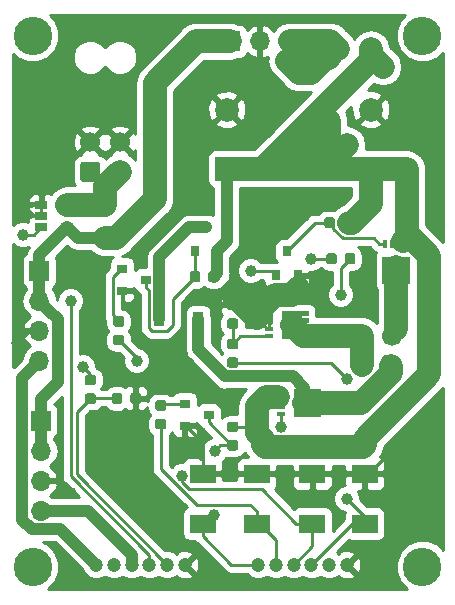
<source format=gbr>
G04 #@! TF.GenerationSoftware,KiCad,Pcbnew,(5.0.2)-1*
G04 #@! TF.CreationDate,2020-03-11T11:41:09-07:00*
G04 #@! TF.ProjectId,powerControl,706f7765-7243-46f6-9e74-726f6c2e6b69,rev?*
G04 #@! TF.SameCoordinates,Original*
G04 #@! TF.FileFunction,Copper,L1,Top*
G04 #@! TF.FilePolarity,Positive*
%FSLAX46Y46*%
G04 Gerber Fmt 4.6, Leading zero omitted, Abs format (unit mm)*
G04 Created by KiCad (PCBNEW (5.0.2)-1) date 3/11/2020 11:41:09 AM*
%MOMM*%
%LPD*%
G01*
G04 APERTURE LIST*
G04 #@! TA.AperFunction,SMDPad,CuDef*
%ADD10R,0.900000X0.800000*%
G04 #@! TD*
G04 #@! TA.AperFunction,ComponentPad*
%ADD11R,1.700000X1.700000*%
G04 #@! TD*
G04 #@! TA.AperFunction,ComponentPad*
%ADD12O,1.700000X1.700000*%
G04 #@! TD*
G04 #@! TA.AperFunction,SMDPad,CuDef*
%ADD13R,0.700000X0.420000*%
G04 #@! TD*
G04 #@! TA.AperFunction,SMDPad,CuDef*
%ADD14C,1.710000*%
G04 #@! TD*
G04 #@! TA.AperFunction,Conductor*
%ADD15C,0.100000*%
G04 #@! TD*
G04 #@! TA.AperFunction,SMDPad,CuDef*
%ADD16C,0.875000*%
G04 #@! TD*
G04 #@! TA.AperFunction,SMDPad,CuDef*
%ADD17R,2.179320X1.620520*%
G04 #@! TD*
G04 #@! TA.AperFunction,ComponentPad*
%ADD18C,2.000000*%
G04 #@! TD*
G04 #@! TA.AperFunction,ComponentPad*
%ADD19R,2.000000X2.000000*%
G04 #@! TD*
G04 #@! TA.AperFunction,ComponentPad*
%ADD20C,1.417157*%
G04 #@! TD*
G04 #@! TA.AperFunction,ComponentPad*
%ADD21C,1.700000*%
G04 #@! TD*
G04 #@! TA.AperFunction,SMDPad,CuDef*
%ADD22R,0.900000X1.200000*%
G04 #@! TD*
G04 #@! TA.AperFunction,SMDPad,CuDef*
%ADD23R,0.420000X0.700000*%
G04 #@! TD*
G04 #@! TA.AperFunction,SMDPad,CuDef*
%ADD24R,0.800000X0.900000*%
G04 #@! TD*
G04 #@! TA.AperFunction,SMDPad,CuDef*
%ADD25C,1.250000*%
G04 #@! TD*
G04 #@! TA.AperFunction,ComponentPad*
%ADD26C,1.200000*%
G04 #@! TD*
G04 #@! TA.AperFunction,ComponentPad*
%ADD27C,3.260000*%
G04 #@! TD*
G04 #@! TA.AperFunction,SMDPad,CuDef*
%ADD28R,1.060000X0.650000*%
G04 #@! TD*
G04 #@! TA.AperFunction,ViaPad*
%ADD29C,1.000000*%
G04 #@! TD*
G04 #@! TA.AperFunction,Conductor*
%ADD30C,1.000000*%
G04 #@! TD*
G04 #@! TA.AperFunction,Conductor*
%ADD31C,2.000000*%
G04 #@! TD*
G04 #@! TA.AperFunction,Conductor*
%ADD32C,0.250000*%
G04 #@! TD*
G04 #@! TA.AperFunction,Conductor*
%ADD33C,0.254000*%
G04 #@! TD*
G04 APERTURE END LIST*
D10*
G04 #@! TO.P,Q7,1*
G04 #@! TO.N,Net-(Q7-Pad1)*
X87900000Y-69154000D03*
G04 #@! TO.P,Q7,2*
G04 #@! TO.N,GND*
X87900000Y-71054000D03*
G04 #@! TO.P,Q7,3*
G04 #@! TO.N,Net-(Q6-Pad4)*
X89900000Y-70104000D03*
G04 #@! TD*
D11*
G04 #@! TO.P,J1,1*
G04 #@! TO.N,/Vbatt_out*
X75565000Y-57912000D03*
D12*
G04 #@! TO.P,J1,2*
X75565000Y-60452000D03*
G04 #@! TO.P,J1,3*
G04 #@! TO.N,GND*
X75565000Y-62992000D03*
G04 #@! TO.P,J1,4*
G04 #@! TO.N,/5V*
X75565000Y-65532000D03*
G04 #@! TD*
D13*
G04 #@! TO.P,Q6,1*
G04 #@! TO.N,V_LED*
X96036000Y-68113000D03*
G04 #@! TO.P,Q6,3*
X96036000Y-69413000D03*
G04 #@! TO.P,Q6,2*
X96036000Y-68763000D03*
G04 #@! TO.P,Q6,4*
G04 #@! TO.N,Net-(Q6-Pad4)*
X96036000Y-70063000D03*
D14*
G04 #@! TO.P,Q6,5*
G04 #@! TO.N,LED1+*
X97991000Y-69088000D03*
D15*
G04 #@! TD*
G04 #@! TO.N,LED1+*
G04 #@! TO.C,Q6*
G36*
X99386000Y-68323000D02*
X98846000Y-68323000D01*
X98846000Y-68553000D01*
X99386000Y-68553000D01*
X99386000Y-68973000D01*
X98846000Y-68973000D01*
X98846000Y-69203000D01*
X99386000Y-69203000D01*
X99386000Y-69623000D01*
X98846000Y-69623000D01*
X98846000Y-69853000D01*
X99386000Y-69853000D01*
X99386000Y-70273000D01*
X97136000Y-70273000D01*
X97136000Y-67903000D01*
X99386000Y-67903000D01*
X99386000Y-68323000D01*
X99386000Y-68323000D01*
G37*
G04 #@! TO.N,V_LED*
G04 #@! TO.C,R5*
G36*
X92225691Y-70683553D02*
X92246926Y-70686703D01*
X92267750Y-70691919D01*
X92287962Y-70699151D01*
X92307368Y-70708330D01*
X92325781Y-70719366D01*
X92343024Y-70732154D01*
X92358930Y-70746570D01*
X92373346Y-70762476D01*
X92386134Y-70779719D01*
X92397170Y-70798132D01*
X92406349Y-70817538D01*
X92413581Y-70837750D01*
X92418797Y-70858574D01*
X92421947Y-70879809D01*
X92423000Y-70901250D01*
X92423000Y-71338750D01*
X92421947Y-71360191D01*
X92418797Y-71381426D01*
X92413581Y-71402250D01*
X92406349Y-71422462D01*
X92397170Y-71441868D01*
X92386134Y-71460281D01*
X92373346Y-71477524D01*
X92358930Y-71493430D01*
X92343024Y-71507846D01*
X92325781Y-71520634D01*
X92307368Y-71531670D01*
X92287962Y-71540849D01*
X92267750Y-71548081D01*
X92246926Y-71553297D01*
X92225691Y-71556447D01*
X92204250Y-71557500D01*
X91691750Y-71557500D01*
X91670309Y-71556447D01*
X91649074Y-71553297D01*
X91628250Y-71548081D01*
X91608038Y-71540849D01*
X91588632Y-71531670D01*
X91570219Y-71520634D01*
X91552976Y-71507846D01*
X91537070Y-71493430D01*
X91522654Y-71477524D01*
X91509866Y-71460281D01*
X91498830Y-71441868D01*
X91489651Y-71422462D01*
X91482419Y-71402250D01*
X91477203Y-71381426D01*
X91474053Y-71360191D01*
X91473000Y-71338750D01*
X91473000Y-70901250D01*
X91474053Y-70879809D01*
X91477203Y-70858574D01*
X91482419Y-70837750D01*
X91489651Y-70817538D01*
X91498830Y-70798132D01*
X91509866Y-70779719D01*
X91522654Y-70762476D01*
X91537070Y-70746570D01*
X91552976Y-70732154D01*
X91570219Y-70719366D01*
X91588632Y-70708330D01*
X91608038Y-70699151D01*
X91628250Y-70691919D01*
X91649074Y-70686703D01*
X91670309Y-70683553D01*
X91691750Y-70682500D01*
X92204250Y-70682500D01*
X92225691Y-70683553D01*
X92225691Y-70683553D01*
G37*
D16*
G04 #@! TD*
G04 #@! TO.P,R5,2*
G04 #@! TO.N,V_LED*
X91948000Y-71120000D03*
D15*
G04 #@! TO.N,Net-(Q6-Pad4)*
G04 #@! TO.C,R5*
G36*
X92225691Y-72258553D02*
X92246926Y-72261703D01*
X92267750Y-72266919D01*
X92287962Y-72274151D01*
X92307368Y-72283330D01*
X92325781Y-72294366D01*
X92343024Y-72307154D01*
X92358930Y-72321570D01*
X92373346Y-72337476D01*
X92386134Y-72354719D01*
X92397170Y-72373132D01*
X92406349Y-72392538D01*
X92413581Y-72412750D01*
X92418797Y-72433574D01*
X92421947Y-72454809D01*
X92423000Y-72476250D01*
X92423000Y-72913750D01*
X92421947Y-72935191D01*
X92418797Y-72956426D01*
X92413581Y-72977250D01*
X92406349Y-72997462D01*
X92397170Y-73016868D01*
X92386134Y-73035281D01*
X92373346Y-73052524D01*
X92358930Y-73068430D01*
X92343024Y-73082846D01*
X92325781Y-73095634D01*
X92307368Y-73106670D01*
X92287962Y-73115849D01*
X92267750Y-73123081D01*
X92246926Y-73128297D01*
X92225691Y-73131447D01*
X92204250Y-73132500D01*
X91691750Y-73132500D01*
X91670309Y-73131447D01*
X91649074Y-73128297D01*
X91628250Y-73123081D01*
X91608038Y-73115849D01*
X91588632Y-73106670D01*
X91570219Y-73095634D01*
X91552976Y-73082846D01*
X91537070Y-73068430D01*
X91522654Y-73052524D01*
X91509866Y-73035281D01*
X91498830Y-73016868D01*
X91489651Y-72997462D01*
X91482419Y-72977250D01*
X91477203Y-72956426D01*
X91474053Y-72935191D01*
X91473000Y-72913750D01*
X91473000Y-72476250D01*
X91474053Y-72454809D01*
X91477203Y-72433574D01*
X91482419Y-72412750D01*
X91489651Y-72392538D01*
X91498830Y-72373132D01*
X91509866Y-72354719D01*
X91522654Y-72337476D01*
X91537070Y-72321570D01*
X91552976Y-72307154D01*
X91570219Y-72294366D01*
X91588632Y-72283330D01*
X91608038Y-72274151D01*
X91628250Y-72266919D01*
X91649074Y-72261703D01*
X91670309Y-72258553D01*
X91691750Y-72257500D01*
X92204250Y-72257500D01*
X92225691Y-72258553D01*
X92225691Y-72258553D01*
G37*
D16*
G04 #@! TD*
G04 #@! TO.P,R5,1*
G04 #@! TO.N,Net-(Q6-Pad4)*
X91948000Y-72695000D03*
D15*
G04 #@! TO.N,Net-(Q7-Pad1)*
G04 #@! TO.C,R10*
G36*
X86129691Y-68880053D02*
X86150926Y-68883203D01*
X86171750Y-68888419D01*
X86191962Y-68895651D01*
X86211368Y-68904830D01*
X86229781Y-68915866D01*
X86247024Y-68928654D01*
X86262930Y-68943070D01*
X86277346Y-68958976D01*
X86290134Y-68976219D01*
X86301170Y-68994632D01*
X86310349Y-69014038D01*
X86317581Y-69034250D01*
X86322797Y-69055074D01*
X86325947Y-69076309D01*
X86327000Y-69097750D01*
X86327000Y-69535250D01*
X86325947Y-69556691D01*
X86322797Y-69577926D01*
X86317581Y-69598750D01*
X86310349Y-69618962D01*
X86301170Y-69638368D01*
X86290134Y-69656781D01*
X86277346Y-69674024D01*
X86262930Y-69689930D01*
X86247024Y-69704346D01*
X86229781Y-69717134D01*
X86211368Y-69728170D01*
X86191962Y-69737349D01*
X86171750Y-69744581D01*
X86150926Y-69749797D01*
X86129691Y-69752947D01*
X86108250Y-69754000D01*
X85595750Y-69754000D01*
X85574309Y-69752947D01*
X85553074Y-69749797D01*
X85532250Y-69744581D01*
X85512038Y-69737349D01*
X85492632Y-69728170D01*
X85474219Y-69717134D01*
X85456976Y-69704346D01*
X85441070Y-69689930D01*
X85426654Y-69674024D01*
X85413866Y-69656781D01*
X85402830Y-69638368D01*
X85393651Y-69618962D01*
X85386419Y-69598750D01*
X85381203Y-69577926D01*
X85378053Y-69556691D01*
X85377000Y-69535250D01*
X85377000Y-69097750D01*
X85378053Y-69076309D01*
X85381203Y-69055074D01*
X85386419Y-69034250D01*
X85393651Y-69014038D01*
X85402830Y-68994632D01*
X85413866Y-68976219D01*
X85426654Y-68958976D01*
X85441070Y-68943070D01*
X85456976Y-68928654D01*
X85474219Y-68915866D01*
X85492632Y-68904830D01*
X85512038Y-68895651D01*
X85532250Y-68888419D01*
X85553074Y-68883203D01*
X85574309Y-68880053D01*
X85595750Y-68879000D01*
X86108250Y-68879000D01*
X86129691Y-68880053D01*
X86129691Y-68880053D01*
G37*
D16*
G04 #@! TD*
G04 #@! TO.P,R10,1*
G04 #@! TO.N,Net-(Q7-Pad1)*
X85852000Y-69316500D03*
D15*
G04 #@! TO.N,LED_EN1*
G04 #@! TO.C,R10*
G36*
X86129691Y-70455053D02*
X86150926Y-70458203D01*
X86171750Y-70463419D01*
X86191962Y-70470651D01*
X86211368Y-70479830D01*
X86229781Y-70490866D01*
X86247024Y-70503654D01*
X86262930Y-70518070D01*
X86277346Y-70533976D01*
X86290134Y-70551219D01*
X86301170Y-70569632D01*
X86310349Y-70589038D01*
X86317581Y-70609250D01*
X86322797Y-70630074D01*
X86325947Y-70651309D01*
X86327000Y-70672750D01*
X86327000Y-71110250D01*
X86325947Y-71131691D01*
X86322797Y-71152926D01*
X86317581Y-71173750D01*
X86310349Y-71193962D01*
X86301170Y-71213368D01*
X86290134Y-71231781D01*
X86277346Y-71249024D01*
X86262930Y-71264930D01*
X86247024Y-71279346D01*
X86229781Y-71292134D01*
X86211368Y-71303170D01*
X86191962Y-71312349D01*
X86171750Y-71319581D01*
X86150926Y-71324797D01*
X86129691Y-71327947D01*
X86108250Y-71329000D01*
X85595750Y-71329000D01*
X85574309Y-71327947D01*
X85553074Y-71324797D01*
X85532250Y-71319581D01*
X85512038Y-71312349D01*
X85492632Y-71303170D01*
X85474219Y-71292134D01*
X85456976Y-71279346D01*
X85441070Y-71264930D01*
X85426654Y-71249024D01*
X85413866Y-71231781D01*
X85402830Y-71213368D01*
X85393651Y-71193962D01*
X85386419Y-71173750D01*
X85381203Y-71152926D01*
X85378053Y-71131691D01*
X85377000Y-71110250D01*
X85377000Y-70672750D01*
X85378053Y-70651309D01*
X85381203Y-70630074D01*
X85386419Y-70609250D01*
X85393651Y-70589038D01*
X85402830Y-70569632D01*
X85413866Y-70551219D01*
X85426654Y-70533976D01*
X85441070Y-70518070D01*
X85456976Y-70503654D01*
X85474219Y-70490866D01*
X85492632Y-70479830D01*
X85512038Y-70470651D01*
X85532250Y-70463419D01*
X85553074Y-70458203D01*
X85574309Y-70455053D01*
X85595750Y-70454000D01*
X86108250Y-70454000D01*
X86129691Y-70455053D01*
X86129691Y-70455053D01*
G37*
D16*
G04 #@! TD*
G04 #@! TO.P,R10,2*
G04 #@! TO.N,LED_EN1*
X85852000Y-70891500D03*
D17*
G04 #@! TO.P,D5,1*
G04 #@! TO.N,LED_EN1*
X93980000Y-79326740D03*
G04 #@! TO.P,D5,2*
G04 #@! TO.N,GND*
X93980000Y-75105260D03*
G04 #@! TD*
D18*
G04 #@! TO.P,C2,2*
G04 #@! TO.N,GND*
X91440000Y-44276000D03*
D19*
G04 #@! TO.P,C2,1*
G04 #@! TO.N,V_LED*
X91440000Y-49276000D03*
G04 #@! TD*
G04 #@! TO.P,C1,1*
G04 #@! TO.N,V_LED*
X103632000Y-49276000D03*
D18*
G04 #@! TO.P,C1,2*
G04 #@! TO.N,GND*
X103632000Y-44276000D03*
G04 #@! TD*
D20*
G04 #@! TO.P,J11,1*
G04 #@! TO.N,LED1+*
X105410000Y-65913000D03*
D15*
G04 #@! TD*
G04 #@! TO.N,LED1+*
G04 #@! TO.C,J11*
G36*
X104761227Y-66758196D02*
X104714329Y-66743970D01*
X104671107Y-66720867D01*
X104633223Y-66689777D01*
X104602133Y-66651893D01*
X104579030Y-66608671D01*
X104564804Y-66561773D01*
X104560000Y-66513000D01*
X104560000Y-65313000D01*
X104564804Y-65264227D01*
X104579030Y-65217329D01*
X104602133Y-65174107D01*
X104633223Y-65136223D01*
X104671107Y-65105133D01*
X104714329Y-65082030D01*
X104761227Y-65067804D01*
X104810000Y-65063000D01*
X105610000Y-65063000D01*
X105658773Y-65067804D01*
X105705671Y-65082030D01*
X105748893Y-65105133D01*
X105786777Y-65136223D01*
X106186777Y-65536223D01*
X106217867Y-65574107D01*
X106240970Y-65617329D01*
X106255196Y-65664227D01*
X106260000Y-65713000D01*
X106260000Y-66513000D01*
X106255196Y-66561773D01*
X106240970Y-66608671D01*
X106217867Y-66651893D01*
X106186777Y-66689777D01*
X106148893Y-66720867D01*
X106105671Y-66743970D01*
X106058773Y-66758196D01*
X106010000Y-66763000D01*
X104810000Y-66763000D01*
X104761227Y-66758196D01*
X104761227Y-66758196D01*
G37*
D21*
G04 #@! TO.P,J11,2*
G04 #@! TO.N,LED2+*
X105410000Y-63413000D03*
G04 #@! TO.P,J11,3*
G04 #@! TO.N,LED-*
X102910000Y-65913000D03*
G04 #@! TO.P,J11,4*
X102910000Y-63413000D03*
G04 #@! TD*
D11*
G04 #@! TO.P,J9,1*
G04 #@! TO.N,/Vbatt_out*
X75692000Y-70612000D03*
D12*
G04 #@! TO.P,J9,2*
X75692000Y-73152000D03*
G04 #@! TO.P,J9,3*
G04 #@! TO.N,GND*
X75692000Y-75692000D03*
G04 #@! TO.P,J9,4*
G04 #@! TO.N,/3.3V*
X75692000Y-78232000D03*
G04 #@! TD*
D22*
G04 #@! TO.P,D3,1*
G04 #@! TO.N,LED1+*
X89026000Y-61976000D03*
G04 #@! TO.P,D3,2*
G04 #@! TO.N,Net-(D3-Pad2)*
X85726000Y-61976000D03*
G04 #@! TD*
D14*
G04 #@! TO.P,Q2,5*
G04 #@! TO.N,LED-*
X96975000Y-62484000D03*
D15*
G04 #@! TD*
G04 #@! TO.N,LED-*
G04 #@! TO.C,Q2*
G36*
X98370000Y-61719000D02*
X97830000Y-61719000D01*
X97830000Y-61949000D01*
X98370000Y-61949000D01*
X98370000Y-62369000D01*
X97830000Y-62369000D01*
X97830000Y-62599000D01*
X98370000Y-62599000D01*
X98370000Y-63019000D01*
X97830000Y-63019000D01*
X97830000Y-63249000D01*
X98370000Y-63249000D01*
X98370000Y-63669000D01*
X96120000Y-63669000D01*
X96120000Y-61299000D01*
X98370000Y-61299000D01*
X98370000Y-61719000D01*
X98370000Y-61719000D01*
G37*
D13*
G04 #@! TO.P,Q2,4*
G04 #@! TO.N,Net-(Q2-Pad4)*
X95020000Y-63459000D03*
G04 #@! TO.P,Q2,2*
G04 #@! TO.N,GND*
X95020000Y-62159000D03*
G04 #@! TO.P,Q2,3*
X95020000Y-62809000D03*
G04 #@! TO.P,Q2,1*
X95020000Y-61509000D03*
G04 #@! TD*
D23*
G04 #@! TO.P,Q1,1*
G04 #@! TO.N,V_LED*
X106766000Y-55650000D03*
G04 #@! TO.P,Q1,3*
X105466000Y-55650000D03*
G04 #@! TO.P,Q1,2*
X106116000Y-55650000D03*
G04 #@! TO.P,Q1,4*
G04 #@! TO.N,Net-(Q1-Pad4)*
X104816000Y-55650000D03*
D14*
G04 #@! TO.P,Q1,5*
G04 #@! TO.N,LED2+*
X105791000Y-57605000D03*
D15*
G04 #@! TD*
G04 #@! TO.N,LED2+*
G04 #@! TO.C,Q1*
G36*
X106556000Y-59000000D02*
X106556000Y-58460000D01*
X106326000Y-58460000D01*
X106326000Y-59000000D01*
X105906000Y-59000000D01*
X105906000Y-58460000D01*
X105676000Y-58460000D01*
X105676000Y-59000000D01*
X105256000Y-59000000D01*
X105256000Y-58460000D01*
X105026000Y-58460000D01*
X105026000Y-59000000D01*
X104606000Y-59000000D01*
X104606000Y-56750000D01*
X106976000Y-56750000D01*
X106976000Y-59000000D01*
X106556000Y-59000000D01*
X106556000Y-59000000D01*
G37*
D10*
G04 #@! TO.P,Q5,1*
G04 #@! TO.N,Net-(Q5-Pad1)*
X82566000Y-57724000D03*
G04 #@! TO.P,Q5,2*
G04 #@! TO.N,GND*
X82566000Y-59624000D03*
G04 #@! TO.P,Q5,3*
G04 #@! TO.N,Net-(Q4-Pad1)*
X84566000Y-58674000D03*
G04 #@! TD*
D24*
G04 #@! TO.P,Q4,3*
G04 #@! TO.N,Net-(D3-Pad2)*
X89662000Y-54245000D03*
G04 #@! TO.P,Q4,2*
G04 #@! TO.N,V_LED*
X90612000Y-56245000D03*
G04 #@! TO.P,Q4,1*
G04 #@! TO.N,Net-(Q4-Pad1)*
X88712000Y-56245000D03*
G04 #@! TD*
G04 #@! TO.P,Q3,1*
G04 #@! TO.N,Net-(Q3-Pad1)*
X95570000Y-58277000D03*
G04 #@! TO.P,Q3,2*
G04 #@! TO.N,GND*
X97470000Y-58277000D03*
G04 #@! TO.P,Q3,3*
G04 #@! TO.N,Net-(Q1-Pad4)*
X96520000Y-56277000D03*
G04 #@! TD*
D15*
G04 #@! TO.N,Flash*
G04 #@! TO.C,R2*
G36*
X92225691Y-65248053D02*
X92246926Y-65251203D01*
X92267750Y-65256419D01*
X92287962Y-65263651D01*
X92307368Y-65272830D01*
X92325781Y-65283866D01*
X92343024Y-65296654D01*
X92358930Y-65311070D01*
X92373346Y-65326976D01*
X92386134Y-65344219D01*
X92397170Y-65362632D01*
X92406349Y-65382038D01*
X92413581Y-65402250D01*
X92418797Y-65423074D01*
X92421947Y-65444309D01*
X92423000Y-65465750D01*
X92423000Y-65903250D01*
X92421947Y-65924691D01*
X92418797Y-65945926D01*
X92413581Y-65966750D01*
X92406349Y-65986962D01*
X92397170Y-66006368D01*
X92386134Y-66024781D01*
X92373346Y-66042024D01*
X92358930Y-66057930D01*
X92343024Y-66072346D01*
X92325781Y-66085134D01*
X92307368Y-66096170D01*
X92287962Y-66105349D01*
X92267750Y-66112581D01*
X92246926Y-66117797D01*
X92225691Y-66120947D01*
X92204250Y-66122000D01*
X91691750Y-66122000D01*
X91670309Y-66120947D01*
X91649074Y-66117797D01*
X91628250Y-66112581D01*
X91608038Y-66105349D01*
X91588632Y-66096170D01*
X91570219Y-66085134D01*
X91552976Y-66072346D01*
X91537070Y-66057930D01*
X91522654Y-66042024D01*
X91509866Y-66024781D01*
X91498830Y-66006368D01*
X91489651Y-65986962D01*
X91482419Y-65966750D01*
X91477203Y-65945926D01*
X91474053Y-65924691D01*
X91473000Y-65903250D01*
X91473000Y-65465750D01*
X91474053Y-65444309D01*
X91477203Y-65423074D01*
X91482419Y-65402250D01*
X91489651Y-65382038D01*
X91498830Y-65362632D01*
X91509866Y-65344219D01*
X91522654Y-65326976D01*
X91537070Y-65311070D01*
X91552976Y-65296654D01*
X91570219Y-65283866D01*
X91588632Y-65272830D01*
X91608038Y-65263651D01*
X91628250Y-65256419D01*
X91649074Y-65251203D01*
X91670309Y-65248053D01*
X91691750Y-65247000D01*
X92204250Y-65247000D01*
X92225691Y-65248053D01*
X92225691Y-65248053D01*
G37*
D16*
G04 #@! TD*
G04 #@! TO.P,R2,2*
G04 #@! TO.N,Flash*
X91948000Y-65684500D03*
D15*
G04 #@! TO.N,Net-(Q2-Pad4)*
G04 #@! TO.C,R2*
G36*
X92225691Y-63673053D02*
X92246926Y-63676203D01*
X92267750Y-63681419D01*
X92287962Y-63688651D01*
X92307368Y-63697830D01*
X92325781Y-63708866D01*
X92343024Y-63721654D01*
X92358930Y-63736070D01*
X92373346Y-63751976D01*
X92386134Y-63769219D01*
X92397170Y-63787632D01*
X92406349Y-63807038D01*
X92413581Y-63827250D01*
X92418797Y-63848074D01*
X92421947Y-63869309D01*
X92423000Y-63890750D01*
X92423000Y-64328250D01*
X92421947Y-64349691D01*
X92418797Y-64370926D01*
X92413581Y-64391750D01*
X92406349Y-64411962D01*
X92397170Y-64431368D01*
X92386134Y-64449781D01*
X92373346Y-64467024D01*
X92358930Y-64482930D01*
X92343024Y-64497346D01*
X92325781Y-64510134D01*
X92307368Y-64521170D01*
X92287962Y-64530349D01*
X92267750Y-64537581D01*
X92246926Y-64542797D01*
X92225691Y-64545947D01*
X92204250Y-64547000D01*
X91691750Y-64547000D01*
X91670309Y-64545947D01*
X91649074Y-64542797D01*
X91628250Y-64537581D01*
X91608038Y-64530349D01*
X91588632Y-64521170D01*
X91570219Y-64510134D01*
X91552976Y-64497346D01*
X91537070Y-64482930D01*
X91522654Y-64467024D01*
X91509866Y-64449781D01*
X91498830Y-64431368D01*
X91489651Y-64411962D01*
X91482419Y-64391750D01*
X91477203Y-64370926D01*
X91474053Y-64349691D01*
X91473000Y-64328250D01*
X91473000Y-63890750D01*
X91474053Y-63869309D01*
X91477203Y-63848074D01*
X91482419Y-63827250D01*
X91489651Y-63807038D01*
X91498830Y-63787632D01*
X91509866Y-63769219D01*
X91522654Y-63751976D01*
X91537070Y-63736070D01*
X91552976Y-63721654D01*
X91570219Y-63708866D01*
X91588632Y-63697830D01*
X91608038Y-63688651D01*
X91628250Y-63681419D01*
X91649074Y-63676203D01*
X91670309Y-63673053D01*
X91691750Y-63672000D01*
X92204250Y-63672000D01*
X92225691Y-63673053D01*
X92225691Y-63673053D01*
G37*
D16*
G04 #@! TD*
G04 #@! TO.P,R2,1*
G04 #@! TO.N,Net-(Q2-Pad4)*
X91948000Y-64109500D03*
D15*
G04 #@! TO.N,Net-(Q3-Pad1)*
G04 #@! TO.C,R3*
G36*
X100544691Y-56422053D02*
X100565926Y-56425203D01*
X100586750Y-56430419D01*
X100606962Y-56437651D01*
X100626368Y-56446830D01*
X100644781Y-56457866D01*
X100662024Y-56470654D01*
X100677930Y-56485070D01*
X100692346Y-56500976D01*
X100705134Y-56518219D01*
X100716170Y-56536632D01*
X100725349Y-56556038D01*
X100732581Y-56576250D01*
X100737797Y-56597074D01*
X100740947Y-56618309D01*
X100742000Y-56639750D01*
X100742000Y-57152250D01*
X100740947Y-57173691D01*
X100737797Y-57194926D01*
X100732581Y-57215750D01*
X100725349Y-57235962D01*
X100716170Y-57255368D01*
X100705134Y-57273781D01*
X100692346Y-57291024D01*
X100677930Y-57306930D01*
X100662024Y-57321346D01*
X100644781Y-57334134D01*
X100626368Y-57345170D01*
X100606962Y-57354349D01*
X100586750Y-57361581D01*
X100565926Y-57366797D01*
X100544691Y-57369947D01*
X100523250Y-57371000D01*
X100085750Y-57371000D01*
X100064309Y-57369947D01*
X100043074Y-57366797D01*
X100022250Y-57361581D01*
X100002038Y-57354349D01*
X99982632Y-57345170D01*
X99964219Y-57334134D01*
X99946976Y-57321346D01*
X99931070Y-57306930D01*
X99916654Y-57291024D01*
X99903866Y-57273781D01*
X99892830Y-57255368D01*
X99883651Y-57235962D01*
X99876419Y-57215750D01*
X99871203Y-57194926D01*
X99868053Y-57173691D01*
X99867000Y-57152250D01*
X99867000Y-56639750D01*
X99868053Y-56618309D01*
X99871203Y-56597074D01*
X99876419Y-56576250D01*
X99883651Y-56556038D01*
X99892830Y-56536632D01*
X99903866Y-56518219D01*
X99916654Y-56500976D01*
X99931070Y-56485070D01*
X99946976Y-56470654D01*
X99964219Y-56457866D01*
X99982632Y-56446830D01*
X100002038Y-56437651D01*
X100022250Y-56430419D01*
X100043074Y-56425203D01*
X100064309Y-56422053D01*
X100085750Y-56421000D01*
X100523250Y-56421000D01*
X100544691Y-56422053D01*
X100544691Y-56422053D01*
G37*
D16*
G04 #@! TD*
G04 #@! TO.P,R3,1*
G04 #@! TO.N,Net-(Q3-Pad1)*
X100304500Y-56896000D03*
D15*
G04 #@! TO.N,LED_EN2*
G04 #@! TO.C,R3*
G36*
X102119691Y-56422053D02*
X102140926Y-56425203D01*
X102161750Y-56430419D01*
X102181962Y-56437651D01*
X102201368Y-56446830D01*
X102219781Y-56457866D01*
X102237024Y-56470654D01*
X102252930Y-56485070D01*
X102267346Y-56500976D01*
X102280134Y-56518219D01*
X102291170Y-56536632D01*
X102300349Y-56556038D01*
X102307581Y-56576250D01*
X102312797Y-56597074D01*
X102315947Y-56618309D01*
X102317000Y-56639750D01*
X102317000Y-57152250D01*
X102315947Y-57173691D01*
X102312797Y-57194926D01*
X102307581Y-57215750D01*
X102300349Y-57235962D01*
X102291170Y-57255368D01*
X102280134Y-57273781D01*
X102267346Y-57291024D01*
X102252930Y-57306930D01*
X102237024Y-57321346D01*
X102219781Y-57334134D01*
X102201368Y-57345170D01*
X102181962Y-57354349D01*
X102161750Y-57361581D01*
X102140926Y-57366797D01*
X102119691Y-57369947D01*
X102098250Y-57371000D01*
X101660750Y-57371000D01*
X101639309Y-57369947D01*
X101618074Y-57366797D01*
X101597250Y-57361581D01*
X101577038Y-57354349D01*
X101557632Y-57345170D01*
X101539219Y-57334134D01*
X101521976Y-57321346D01*
X101506070Y-57306930D01*
X101491654Y-57291024D01*
X101478866Y-57273781D01*
X101467830Y-57255368D01*
X101458651Y-57235962D01*
X101451419Y-57215750D01*
X101446203Y-57194926D01*
X101443053Y-57173691D01*
X101442000Y-57152250D01*
X101442000Y-56639750D01*
X101443053Y-56618309D01*
X101446203Y-56597074D01*
X101451419Y-56576250D01*
X101458651Y-56556038D01*
X101467830Y-56536632D01*
X101478866Y-56518219D01*
X101491654Y-56500976D01*
X101506070Y-56485070D01*
X101521976Y-56470654D01*
X101539219Y-56457866D01*
X101557632Y-56446830D01*
X101577038Y-56437651D01*
X101597250Y-56430419D01*
X101618074Y-56425203D01*
X101639309Y-56422053D01*
X101660750Y-56421000D01*
X102098250Y-56421000D01*
X102119691Y-56422053D01*
X102119691Y-56422053D01*
G37*
D16*
G04 #@! TD*
G04 #@! TO.P,R3,2*
G04 #@! TO.N,LED_EN2*
X101879500Y-56896000D03*
D15*
G04 #@! TO.N,V_LED*
G04 #@! TO.C,R6*
G36*
X101967191Y-53374053D02*
X101988426Y-53377203D01*
X102009250Y-53382419D01*
X102029462Y-53389651D01*
X102048868Y-53398830D01*
X102067281Y-53409866D01*
X102084524Y-53422654D01*
X102100430Y-53437070D01*
X102114846Y-53452976D01*
X102127634Y-53470219D01*
X102138670Y-53488632D01*
X102147849Y-53508038D01*
X102155081Y-53528250D01*
X102160297Y-53549074D01*
X102163447Y-53570309D01*
X102164500Y-53591750D01*
X102164500Y-54104250D01*
X102163447Y-54125691D01*
X102160297Y-54146926D01*
X102155081Y-54167750D01*
X102147849Y-54187962D01*
X102138670Y-54207368D01*
X102127634Y-54225781D01*
X102114846Y-54243024D01*
X102100430Y-54258930D01*
X102084524Y-54273346D01*
X102067281Y-54286134D01*
X102048868Y-54297170D01*
X102029462Y-54306349D01*
X102009250Y-54313581D01*
X101988426Y-54318797D01*
X101967191Y-54321947D01*
X101945750Y-54323000D01*
X101508250Y-54323000D01*
X101486809Y-54321947D01*
X101465574Y-54318797D01*
X101444750Y-54313581D01*
X101424538Y-54306349D01*
X101405132Y-54297170D01*
X101386719Y-54286134D01*
X101369476Y-54273346D01*
X101353570Y-54258930D01*
X101339154Y-54243024D01*
X101326366Y-54225781D01*
X101315330Y-54207368D01*
X101306151Y-54187962D01*
X101298919Y-54167750D01*
X101293703Y-54146926D01*
X101290553Y-54125691D01*
X101289500Y-54104250D01*
X101289500Y-53591750D01*
X101290553Y-53570309D01*
X101293703Y-53549074D01*
X101298919Y-53528250D01*
X101306151Y-53508038D01*
X101315330Y-53488632D01*
X101326366Y-53470219D01*
X101339154Y-53452976D01*
X101353570Y-53437070D01*
X101369476Y-53422654D01*
X101386719Y-53409866D01*
X101405132Y-53398830D01*
X101424538Y-53389651D01*
X101444750Y-53382419D01*
X101465574Y-53377203D01*
X101486809Y-53374053D01*
X101508250Y-53373000D01*
X101945750Y-53373000D01*
X101967191Y-53374053D01*
X101967191Y-53374053D01*
G37*
D16*
G04 #@! TD*
G04 #@! TO.P,R6,2*
G04 #@! TO.N,V_LED*
X101727000Y-53848000D03*
D15*
G04 #@! TO.N,Net-(Q1-Pad4)*
G04 #@! TO.C,R6*
G36*
X100392191Y-53374053D02*
X100413426Y-53377203D01*
X100434250Y-53382419D01*
X100454462Y-53389651D01*
X100473868Y-53398830D01*
X100492281Y-53409866D01*
X100509524Y-53422654D01*
X100525430Y-53437070D01*
X100539846Y-53452976D01*
X100552634Y-53470219D01*
X100563670Y-53488632D01*
X100572849Y-53508038D01*
X100580081Y-53528250D01*
X100585297Y-53549074D01*
X100588447Y-53570309D01*
X100589500Y-53591750D01*
X100589500Y-54104250D01*
X100588447Y-54125691D01*
X100585297Y-54146926D01*
X100580081Y-54167750D01*
X100572849Y-54187962D01*
X100563670Y-54207368D01*
X100552634Y-54225781D01*
X100539846Y-54243024D01*
X100525430Y-54258930D01*
X100509524Y-54273346D01*
X100492281Y-54286134D01*
X100473868Y-54297170D01*
X100454462Y-54306349D01*
X100434250Y-54313581D01*
X100413426Y-54318797D01*
X100392191Y-54321947D01*
X100370750Y-54323000D01*
X99933250Y-54323000D01*
X99911809Y-54321947D01*
X99890574Y-54318797D01*
X99869750Y-54313581D01*
X99849538Y-54306349D01*
X99830132Y-54297170D01*
X99811719Y-54286134D01*
X99794476Y-54273346D01*
X99778570Y-54258930D01*
X99764154Y-54243024D01*
X99751366Y-54225781D01*
X99740330Y-54207368D01*
X99731151Y-54187962D01*
X99723919Y-54167750D01*
X99718703Y-54146926D01*
X99715553Y-54125691D01*
X99714500Y-54104250D01*
X99714500Y-53591750D01*
X99715553Y-53570309D01*
X99718703Y-53549074D01*
X99723919Y-53528250D01*
X99731151Y-53508038D01*
X99740330Y-53488632D01*
X99751366Y-53470219D01*
X99764154Y-53452976D01*
X99778570Y-53437070D01*
X99794476Y-53422654D01*
X99811719Y-53409866D01*
X99830132Y-53398830D01*
X99849538Y-53389651D01*
X99869750Y-53382419D01*
X99890574Y-53377203D01*
X99911809Y-53374053D01*
X99933250Y-53373000D01*
X100370750Y-53373000D01*
X100392191Y-53374053D01*
X100392191Y-53374053D01*
G37*
D16*
G04 #@! TD*
G04 #@! TO.P,R6,1*
G04 #@! TO.N,Net-(Q1-Pad4)*
X100152000Y-53848000D03*
D15*
G04 #@! TO.N,GND*
G04 #@! TO.C,R4*
G36*
X92225691Y-60371053D02*
X92246926Y-60374203D01*
X92267750Y-60379419D01*
X92287962Y-60386651D01*
X92307368Y-60395830D01*
X92325781Y-60406866D01*
X92343024Y-60419654D01*
X92358930Y-60434070D01*
X92373346Y-60449976D01*
X92386134Y-60467219D01*
X92397170Y-60485632D01*
X92406349Y-60505038D01*
X92413581Y-60525250D01*
X92418797Y-60546074D01*
X92421947Y-60567309D01*
X92423000Y-60588750D01*
X92423000Y-61026250D01*
X92421947Y-61047691D01*
X92418797Y-61068926D01*
X92413581Y-61089750D01*
X92406349Y-61109962D01*
X92397170Y-61129368D01*
X92386134Y-61147781D01*
X92373346Y-61165024D01*
X92358930Y-61180930D01*
X92343024Y-61195346D01*
X92325781Y-61208134D01*
X92307368Y-61219170D01*
X92287962Y-61228349D01*
X92267750Y-61235581D01*
X92246926Y-61240797D01*
X92225691Y-61243947D01*
X92204250Y-61245000D01*
X91691750Y-61245000D01*
X91670309Y-61243947D01*
X91649074Y-61240797D01*
X91628250Y-61235581D01*
X91608038Y-61228349D01*
X91588632Y-61219170D01*
X91570219Y-61208134D01*
X91552976Y-61195346D01*
X91537070Y-61180930D01*
X91522654Y-61165024D01*
X91509866Y-61147781D01*
X91498830Y-61129368D01*
X91489651Y-61109962D01*
X91482419Y-61089750D01*
X91477203Y-61068926D01*
X91474053Y-61047691D01*
X91473000Y-61026250D01*
X91473000Y-60588750D01*
X91474053Y-60567309D01*
X91477203Y-60546074D01*
X91482419Y-60525250D01*
X91489651Y-60505038D01*
X91498830Y-60485632D01*
X91509866Y-60467219D01*
X91522654Y-60449976D01*
X91537070Y-60434070D01*
X91552976Y-60419654D01*
X91570219Y-60406866D01*
X91588632Y-60395830D01*
X91608038Y-60386651D01*
X91628250Y-60379419D01*
X91649074Y-60374203D01*
X91670309Y-60371053D01*
X91691750Y-60370000D01*
X92204250Y-60370000D01*
X92225691Y-60371053D01*
X92225691Y-60371053D01*
G37*
D16*
G04 #@! TD*
G04 #@! TO.P,R4,1*
G04 #@! TO.N,GND*
X91948000Y-60807500D03*
D15*
G04 #@! TO.N,Net-(Q2-Pad4)*
G04 #@! TO.C,R4*
G36*
X92225691Y-61946053D02*
X92246926Y-61949203D01*
X92267750Y-61954419D01*
X92287962Y-61961651D01*
X92307368Y-61970830D01*
X92325781Y-61981866D01*
X92343024Y-61994654D01*
X92358930Y-62009070D01*
X92373346Y-62024976D01*
X92386134Y-62042219D01*
X92397170Y-62060632D01*
X92406349Y-62080038D01*
X92413581Y-62100250D01*
X92418797Y-62121074D01*
X92421947Y-62142309D01*
X92423000Y-62163750D01*
X92423000Y-62601250D01*
X92421947Y-62622691D01*
X92418797Y-62643926D01*
X92413581Y-62664750D01*
X92406349Y-62684962D01*
X92397170Y-62704368D01*
X92386134Y-62722781D01*
X92373346Y-62740024D01*
X92358930Y-62755930D01*
X92343024Y-62770346D01*
X92325781Y-62783134D01*
X92307368Y-62794170D01*
X92287962Y-62803349D01*
X92267750Y-62810581D01*
X92246926Y-62815797D01*
X92225691Y-62818947D01*
X92204250Y-62820000D01*
X91691750Y-62820000D01*
X91670309Y-62818947D01*
X91649074Y-62815797D01*
X91628250Y-62810581D01*
X91608038Y-62803349D01*
X91588632Y-62794170D01*
X91570219Y-62783134D01*
X91552976Y-62770346D01*
X91537070Y-62755930D01*
X91522654Y-62740024D01*
X91509866Y-62722781D01*
X91498830Y-62704368D01*
X91489651Y-62684962D01*
X91482419Y-62664750D01*
X91477203Y-62643926D01*
X91474053Y-62622691D01*
X91473000Y-62601250D01*
X91473000Y-62163750D01*
X91474053Y-62142309D01*
X91477203Y-62121074D01*
X91482419Y-62100250D01*
X91489651Y-62080038D01*
X91498830Y-62060632D01*
X91509866Y-62042219D01*
X91522654Y-62024976D01*
X91537070Y-62009070D01*
X91552976Y-61994654D01*
X91570219Y-61981866D01*
X91588632Y-61970830D01*
X91608038Y-61961651D01*
X91628250Y-61954419D01*
X91649074Y-61949203D01*
X91670309Y-61946053D01*
X91691750Y-61945000D01*
X92204250Y-61945000D01*
X92225691Y-61946053D01*
X92225691Y-61946053D01*
G37*
D16*
G04 #@! TD*
G04 #@! TO.P,R4,2*
G04 #@! TO.N,Net-(Q2-Pad4)*
X91948000Y-62382500D03*
D15*
G04 #@! TO.N,V_LED*
G04 #@! TO.C,R7*
G36*
X104031504Y-38242204D02*
X104055773Y-38245804D01*
X104079571Y-38251765D01*
X104102671Y-38260030D01*
X104124849Y-38270520D01*
X104145893Y-38283133D01*
X104165598Y-38297747D01*
X104183777Y-38314223D01*
X104200253Y-38332402D01*
X104214867Y-38352107D01*
X104227480Y-38373151D01*
X104237970Y-38395329D01*
X104246235Y-38418429D01*
X104252196Y-38442227D01*
X104255796Y-38466496D01*
X104257000Y-38491000D01*
X104257000Y-39741000D01*
X104255796Y-39765504D01*
X104252196Y-39789773D01*
X104246235Y-39813571D01*
X104237970Y-39836671D01*
X104227480Y-39858849D01*
X104214867Y-39879893D01*
X104200253Y-39899598D01*
X104183777Y-39917777D01*
X104165598Y-39934253D01*
X104145893Y-39948867D01*
X104124849Y-39961480D01*
X104102671Y-39971970D01*
X104079571Y-39980235D01*
X104055773Y-39986196D01*
X104031504Y-39989796D01*
X104007000Y-39991000D01*
X103257000Y-39991000D01*
X103232496Y-39989796D01*
X103208227Y-39986196D01*
X103184429Y-39980235D01*
X103161329Y-39971970D01*
X103139151Y-39961480D01*
X103118107Y-39948867D01*
X103098402Y-39934253D01*
X103080223Y-39917777D01*
X103063747Y-39899598D01*
X103049133Y-39879893D01*
X103036520Y-39858849D01*
X103026030Y-39836671D01*
X103017765Y-39813571D01*
X103011804Y-39789773D01*
X103008204Y-39765504D01*
X103007000Y-39741000D01*
X103007000Y-38491000D01*
X103008204Y-38466496D01*
X103011804Y-38442227D01*
X103017765Y-38418429D01*
X103026030Y-38395329D01*
X103036520Y-38373151D01*
X103049133Y-38352107D01*
X103063747Y-38332402D01*
X103080223Y-38314223D01*
X103098402Y-38297747D01*
X103118107Y-38283133D01*
X103139151Y-38270520D01*
X103161329Y-38260030D01*
X103184429Y-38251765D01*
X103208227Y-38245804D01*
X103232496Y-38242204D01*
X103257000Y-38241000D01*
X104007000Y-38241000D01*
X104031504Y-38242204D01*
X104031504Y-38242204D01*
G37*
D25*
G04 #@! TD*
G04 #@! TO.P,R7,1*
G04 #@! TO.N,V_LED*
X103632000Y-39116000D03*
D15*
G04 #@! TO.N,/12V*
G04 #@! TO.C,R7*
G36*
X101231504Y-38242204D02*
X101255773Y-38245804D01*
X101279571Y-38251765D01*
X101302671Y-38260030D01*
X101324849Y-38270520D01*
X101345893Y-38283133D01*
X101365598Y-38297747D01*
X101383777Y-38314223D01*
X101400253Y-38332402D01*
X101414867Y-38352107D01*
X101427480Y-38373151D01*
X101437970Y-38395329D01*
X101446235Y-38418429D01*
X101452196Y-38442227D01*
X101455796Y-38466496D01*
X101457000Y-38491000D01*
X101457000Y-39741000D01*
X101455796Y-39765504D01*
X101452196Y-39789773D01*
X101446235Y-39813571D01*
X101437970Y-39836671D01*
X101427480Y-39858849D01*
X101414867Y-39879893D01*
X101400253Y-39899598D01*
X101383777Y-39917777D01*
X101365598Y-39934253D01*
X101345893Y-39948867D01*
X101324849Y-39961480D01*
X101302671Y-39971970D01*
X101279571Y-39980235D01*
X101255773Y-39986196D01*
X101231504Y-39989796D01*
X101207000Y-39991000D01*
X100457000Y-39991000D01*
X100432496Y-39989796D01*
X100408227Y-39986196D01*
X100384429Y-39980235D01*
X100361329Y-39971970D01*
X100339151Y-39961480D01*
X100318107Y-39948867D01*
X100298402Y-39934253D01*
X100280223Y-39917777D01*
X100263747Y-39899598D01*
X100249133Y-39879893D01*
X100236520Y-39858849D01*
X100226030Y-39836671D01*
X100217765Y-39813571D01*
X100211804Y-39789773D01*
X100208204Y-39765504D01*
X100207000Y-39741000D01*
X100207000Y-38491000D01*
X100208204Y-38466496D01*
X100211804Y-38442227D01*
X100217765Y-38418429D01*
X100226030Y-38395329D01*
X100236520Y-38373151D01*
X100249133Y-38352107D01*
X100263747Y-38332402D01*
X100280223Y-38314223D01*
X100298402Y-38297747D01*
X100318107Y-38283133D01*
X100339151Y-38270520D01*
X100361329Y-38260030D01*
X100384429Y-38251765D01*
X100408227Y-38245804D01*
X100432496Y-38242204D01*
X100457000Y-38241000D01*
X101207000Y-38241000D01*
X101231504Y-38242204D01*
X101231504Y-38242204D01*
G37*
D25*
G04 #@! TD*
G04 #@! TO.P,R7,2*
G04 #@! TO.N,/12V*
X100832000Y-39116000D03*
D17*
G04 #@! TO.P,D1,1*
G04 #@! TO.N,Flash*
X103124000Y-79326740D03*
G04 #@! TO.P,D1,2*
G04 #@! TO.N,GND*
X103124000Y-75105260D03*
G04 #@! TD*
G04 #@! TO.P,D2,2*
G04 #@! TO.N,GND*
X89408000Y-75105260D03*
G04 #@! TO.P,D2,1*
G04 #@! TO.N,LED_EN2*
X89408000Y-79326740D03*
G04 #@! TD*
G04 #@! TO.P,D4,1*
G04 #@! TO.N,Torch*
X98679000Y-79326740D03*
G04 #@! TO.P,D4,2*
G04 #@! TO.N,GND*
X98679000Y-75105260D03*
G04 #@! TD*
D26*
G04 #@! TO.P,J10,1*
G04 #@! TO.N,GND*
X101600000Y-82804000D03*
G04 #@! TO.P,J10,2*
G04 #@! TO.N,I_LED*
X100100000Y-82804000D03*
G04 #@! TO.P,J10,3*
G04 #@! TO.N,Flash*
X98600000Y-82804000D03*
G04 #@! TO.P,J10,4*
G04 #@! TO.N,Torch*
X97100000Y-82804000D03*
G04 #@! TO.P,J10,5*
G04 #@! TO.N,LED_EN1*
X95600000Y-82804000D03*
G04 #@! TO.P,J10,6*
G04 #@! TO.N,LED_EN2*
X94100000Y-82804000D03*
G04 #@! TD*
D15*
G04 #@! TO.N,/Vbatt_out*
G04 #@! TO.C,R1*
G36*
X81802504Y-54497204D02*
X81826773Y-54500804D01*
X81850571Y-54506765D01*
X81873671Y-54515030D01*
X81895849Y-54525520D01*
X81916893Y-54538133D01*
X81936598Y-54552747D01*
X81954777Y-54569223D01*
X81971253Y-54587402D01*
X81985867Y-54607107D01*
X81998480Y-54628151D01*
X82008970Y-54650329D01*
X82017235Y-54673429D01*
X82023196Y-54697227D01*
X82026796Y-54721496D01*
X82028000Y-54746000D01*
X82028000Y-55496000D01*
X82026796Y-55520504D01*
X82023196Y-55544773D01*
X82017235Y-55568571D01*
X82008970Y-55591671D01*
X81998480Y-55613849D01*
X81985867Y-55634893D01*
X81971253Y-55654598D01*
X81954777Y-55672777D01*
X81936598Y-55689253D01*
X81916893Y-55703867D01*
X81895849Y-55716480D01*
X81873671Y-55726970D01*
X81850571Y-55735235D01*
X81826773Y-55741196D01*
X81802504Y-55744796D01*
X81778000Y-55746000D01*
X80528000Y-55746000D01*
X80503496Y-55744796D01*
X80479227Y-55741196D01*
X80455429Y-55735235D01*
X80432329Y-55726970D01*
X80410151Y-55716480D01*
X80389107Y-55703867D01*
X80369402Y-55689253D01*
X80351223Y-55672777D01*
X80334747Y-55654598D01*
X80320133Y-55634893D01*
X80307520Y-55613849D01*
X80297030Y-55591671D01*
X80288765Y-55568571D01*
X80282804Y-55544773D01*
X80279204Y-55520504D01*
X80278000Y-55496000D01*
X80278000Y-54746000D01*
X80279204Y-54721496D01*
X80282804Y-54697227D01*
X80288765Y-54673429D01*
X80297030Y-54650329D01*
X80307520Y-54628151D01*
X80320133Y-54607107D01*
X80334747Y-54587402D01*
X80351223Y-54569223D01*
X80369402Y-54552747D01*
X80389107Y-54538133D01*
X80410151Y-54525520D01*
X80432329Y-54515030D01*
X80455429Y-54506765D01*
X80479227Y-54500804D01*
X80503496Y-54497204D01*
X80528000Y-54496000D01*
X81778000Y-54496000D01*
X81802504Y-54497204D01*
X81802504Y-54497204D01*
G37*
D25*
G04 #@! TD*
G04 #@! TO.P,R1,1*
G04 #@! TO.N,/Vbatt_out*
X81153000Y-55121000D03*
D15*
G04 #@! TO.N,/Vbatt_in*
G04 #@! TO.C,R1*
G36*
X81802504Y-51697204D02*
X81826773Y-51700804D01*
X81850571Y-51706765D01*
X81873671Y-51715030D01*
X81895849Y-51725520D01*
X81916893Y-51738133D01*
X81936598Y-51752747D01*
X81954777Y-51769223D01*
X81971253Y-51787402D01*
X81985867Y-51807107D01*
X81998480Y-51828151D01*
X82008970Y-51850329D01*
X82017235Y-51873429D01*
X82023196Y-51897227D01*
X82026796Y-51921496D01*
X82028000Y-51946000D01*
X82028000Y-52696000D01*
X82026796Y-52720504D01*
X82023196Y-52744773D01*
X82017235Y-52768571D01*
X82008970Y-52791671D01*
X81998480Y-52813849D01*
X81985867Y-52834893D01*
X81971253Y-52854598D01*
X81954777Y-52872777D01*
X81936598Y-52889253D01*
X81916893Y-52903867D01*
X81895849Y-52916480D01*
X81873671Y-52926970D01*
X81850571Y-52935235D01*
X81826773Y-52941196D01*
X81802504Y-52944796D01*
X81778000Y-52946000D01*
X80528000Y-52946000D01*
X80503496Y-52944796D01*
X80479227Y-52941196D01*
X80455429Y-52935235D01*
X80432329Y-52926970D01*
X80410151Y-52916480D01*
X80389107Y-52903867D01*
X80369402Y-52889253D01*
X80351223Y-52872777D01*
X80334747Y-52854598D01*
X80320133Y-52834893D01*
X80307520Y-52813849D01*
X80297030Y-52791671D01*
X80288765Y-52768571D01*
X80282804Y-52744773D01*
X80279204Y-52720504D01*
X80278000Y-52696000D01*
X80278000Y-51946000D01*
X80279204Y-51921496D01*
X80282804Y-51897227D01*
X80288765Y-51873429D01*
X80297030Y-51850329D01*
X80307520Y-51828151D01*
X80320133Y-51807107D01*
X80334747Y-51787402D01*
X80351223Y-51769223D01*
X80369402Y-51752747D01*
X80389107Y-51738133D01*
X80410151Y-51725520D01*
X80432329Y-51715030D01*
X80455429Y-51706765D01*
X80479227Y-51700804D01*
X80503496Y-51697204D01*
X80528000Y-51696000D01*
X81778000Y-51696000D01*
X81802504Y-51697204D01*
X81802504Y-51697204D01*
G37*
D25*
G04 #@! TD*
G04 #@! TO.P,R1,2*
G04 #@! TO.N,/Vbatt_in*
X81153000Y-52321000D03*
D15*
G04 #@! TO.N,/Vbatt_in*
G04 #@! TO.C,J3*
G36*
X80507504Y-48681204D02*
X80531773Y-48684804D01*
X80555571Y-48690765D01*
X80578671Y-48699030D01*
X80600849Y-48709520D01*
X80621893Y-48722133D01*
X80641598Y-48736747D01*
X80659777Y-48753223D01*
X80676253Y-48771402D01*
X80690867Y-48791107D01*
X80703480Y-48812151D01*
X80713970Y-48834329D01*
X80722235Y-48857429D01*
X80728196Y-48881227D01*
X80731796Y-48905496D01*
X80733000Y-48930000D01*
X80733000Y-50130000D01*
X80731796Y-50154504D01*
X80728196Y-50178773D01*
X80722235Y-50202571D01*
X80713970Y-50225671D01*
X80703480Y-50247849D01*
X80690867Y-50268893D01*
X80676253Y-50288598D01*
X80659777Y-50306777D01*
X80641598Y-50323253D01*
X80621893Y-50337867D01*
X80600849Y-50350480D01*
X80578671Y-50360970D01*
X80555571Y-50369235D01*
X80531773Y-50375196D01*
X80507504Y-50378796D01*
X80483000Y-50380000D01*
X79283000Y-50380000D01*
X79258496Y-50378796D01*
X79234227Y-50375196D01*
X79210429Y-50369235D01*
X79187329Y-50360970D01*
X79165151Y-50350480D01*
X79144107Y-50337867D01*
X79124402Y-50323253D01*
X79106223Y-50306777D01*
X79089747Y-50288598D01*
X79075133Y-50268893D01*
X79062520Y-50247849D01*
X79052030Y-50225671D01*
X79043765Y-50202571D01*
X79037804Y-50178773D01*
X79034204Y-50154504D01*
X79033000Y-50130000D01*
X79033000Y-48930000D01*
X79034204Y-48905496D01*
X79037804Y-48881227D01*
X79043765Y-48857429D01*
X79052030Y-48834329D01*
X79062520Y-48812151D01*
X79075133Y-48791107D01*
X79089747Y-48771402D01*
X79106223Y-48753223D01*
X79124402Y-48736747D01*
X79144107Y-48722133D01*
X79165151Y-48709520D01*
X79187329Y-48699030D01*
X79210429Y-48690765D01*
X79234227Y-48684804D01*
X79258496Y-48681204D01*
X79283000Y-48680000D01*
X80483000Y-48680000D01*
X80507504Y-48681204D01*
X80507504Y-48681204D01*
G37*
D21*
G04 #@! TD*
G04 #@! TO.P,J3,1*
G04 #@! TO.N,/Vbatt_in*
X79883000Y-49530000D03*
G04 #@! TO.P,J3,2*
G04 #@! TO.N,/Vbatt_in*
X82383000Y-49530000D03*
G04 #@! TO.P,J3,3*
G04 #@! TO.N,GND*
X79883000Y-47030000D03*
G04 #@! TO.P,J3,4*
X82383000Y-47030000D03*
G04 #@! TD*
D27*
G04 #@! TO.P,J4,1*
G04 #@! TO.N,Net-(J4-Pad1)*
X108000000Y-83000000D03*
G04 #@! TD*
D12*
G04 #@! TO.P,J8,3*
G04 #@! TO.N,/12V*
X96774000Y-38481000D03*
G04 #@! TO.P,J8,2*
G04 #@! TO.N,GND*
X94234000Y-38481000D03*
D11*
G04 #@! TO.P,J8,1*
G04 #@! TO.N,/Vbatt_out*
X91694000Y-38481000D03*
G04 #@! TD*
D15*
G04 #@! TO.N,/Vbatt_out*
G04 #@! TO.C,R21*
G36*
X80160691Y-66721053D02*
X80181926Y-66724203D01*
X80202750Y-66729419D01*
X80222962Y-66736651D01*
X80242368Y-66745830D01*
X80260781Y-66756866D01*
X80278024Y-66769654D01*
X80293930Y-66784070D01*
X80308346Y-66799976D01*
X80321134Y-66817219D01*
X80332170Y-66835632D01*
X80341349Y-66855038D01*
X80348581Y-66875250D01*
X80353797Y-66896074D01*
X80356947Y-66917309D01*
X80358000Y-66938750D01*
X80358000Y-67376250D01*
X80356947Y-67397691D01*
X80353797Y-67418926D01*
X80348581Y-67439750D01*
X80341349Y-67459962D01*
X80332170Y-67479368D01*
X80321134Y-67497781D01*
X80308346Y-67515024D01*
X80293930Y-67530930D01*
X80278024Y-67545346D01*
X80260781Y-67558134D01*
X80242368Y-67569170D01*
X80222962Y-67578349D01*
X80202750Y-67585581D01*
X80181926Y-67590797D01*
X80160691Y-67593947D01*
X80139250Y-67595000D01*
X79626750Y-67595000D01*
X79605309Y-67593947D01*
X79584074Y-67590797D01*
X79563250Y-67585581D01*
X79543038Y-67578349D01*
X79523632Y-67569170D01*
X79505219Y-67558134D01*
X79487976Y-67545346D01*
X79472070Y-67530930D01*
X79457654Y-67515024D01*
X79444866Y-67497781D01*
X79433830Y-67479368D01*
X79424651Y-67459962D01*
X79417419Y-67439750D01*
X79412203Y-67418926D01*
X79409053Y-67397691D01*
X79408000Y-67376250D01*
X79408000Y-66938750D01*
X79409053Y-66917309D01*
X79412203Y-66896074D01*
X79417419Y-66875250D01*
X79424651Y-66855038D01*
X79433830Y-66835632D01*
X79444866Y-66817219D01*
X79457654Y-66799976D01*
X79472070Y-66784070D01*
X79487976Y-66769654D01*
X79505219Y-66756866D01*
X79523632Y-66745830D01*
X79543038Y-66736651D01*
X79563250Y-66729419D01*
X79584074Y-66724203D01*
X79605309Y-66721053D01*
X79626750Y-66720000D01*
X80139250Y-66720000D01*
X80160691Y-66721053D01*
X80160691Y-66721053D01*
G37*
D16*
G04 #@! TD*
G04 #@! TO.P,R21,2*
G04 #@! TO.N,/Vbatt_out*
X79883000Y-67157500D03*
D15*
G04 #@! TO.N,/batt_sense*
G04 #@! TO.C,R21*
G36*
X80160691Y-68296053D02*
X80181926Y-68299203D01*
X80202750Y-68304419D01*
X80222962Y-68311651D01*
X80242368Y-68320830D01*
X80260781Y-68331866D01*
X80278024Y-68344654D01*
X80293930Y-68359070D01*
X80308346Y-68374976D01*
X80321134Y-68392219D01*
X80332170Y-68410632D01*
X80341349Y-68430038D01*
X80348581Y-68450250D01*
X80353797Y-68471074D01*
X80356947Y-68492309D01*
X80358000Y-68513750D01*
X80358000Y-68951250D01*
X80356947Y-68972691D01*
X80353797Y-68993926D01*
X80348581Y-69014750D01*
X80341349Y-69034962D01*
X80332170Y-69054368D01*
X80321134Y-69072781D01*
X80308346Y-69090024D01*
X80293930Y-69105930D01*
X80278024Y-69120346D01*
X80260781Y-69133134D01*
X80242368Y-69144170D01*
X80222962Y-69153349D01*
X80202750Y-69160581D01*
X80181926Y-69165797D01*
X80160691Y-69168947D01*
X80139250Y-69170000D01*
X79626750Y-69170000D01*
X79605309Y-69168947D01*
X79584074Y-69165797D01*
X79563250Y-69160581D01*
X79543038Y-69153349D01*
X79523632Y-69144170D01*
X79505219Y-69133134D01*
X79487976Y-69120346D01*
X79472070Y-69105930D01*
X79457654Y-69090024D01*
X79444866Y-69072781D01*
X79433830Y-69054368D01*
X79424651Y-69034962D01*
X79417419Y-69014750D01*
X79412203Y-68993926D01*
X79409053Y-68972691D01*
X79408000Y-68951250D01*
X79408000Y-68513750D01*
X79409053Y-68492309D01*
X79412203Y-68471074D01*
X79417419Y-68450250D01*
X79424651Y-68430038D01*
X79433830Y-68410632D01*
X79444866Y-68392219D01*
X79457654Y-68374976D01*
X79472070Y-68359070D01*
X79487976Y-68344654D01*
X79505219Y-68331866D01*
X79523632Y-68320830D01*
X79543038Y-68311651D01*
X79563250Y-68304419D01*
X79584074Y-68299203D01*
X79605309Y-68296053D01*
X79626750Y-68295000D01*
X80139250Y-68295000D01*
X80160691Y-68296053D01*
X80160691Y-68296053D01*
G37*
D16*
G04 #@! TD*
G04 #@! TO.P,R21,1*
G04 #@! TO.N,/batt_sense*
X79883000Y-68732500D03*
D15*
G04 #@! TO.N,/batt_sense*
G04 #@! TO.C,R22*
G36*
X82383691Y-68233053D02*
X82404926Y-68236203D01*
X82425750Y-68241419D01*
X82445962Y-68248651D01*
X82465368Y-68257830D01*
X82483781Y-68268866D01*
X82501024Y-68281654D01*
X82516930Y-68296070D01*
X82531346Y-68311976D01*
X82544134Y-68329219D01*
X82555170Y-68347632D01*
X82564349Y-68367038D01*
X82571581Y-68387250D01*
X82576797Y-68408074D01*
X82579947Y-68429309D01*
X82581000Y-68450750D01*
X82581000Y-68963250D01*
X82579947Y-68984691D01*
X82576797Y-69005926D01*
X82571581Y-69026750D01*
X82564349Y-69046962D01*
X82555170Y-69066368D01*
X82544134Y-69084781D01*
X82531346Y-69102024D01*
X82516930Y-69117930D01*
X82501024Y-69132346D01*
X82483781Y-69145134D01*
X82465368Y-69156170D01*
X82445962Y-69165349D01*
X82425750Y-69172581D01*
X82404926Y-69177797D01*
X82383691Y-69180947D01*
X82362250Y-69182000D01*
X81924750Y-69182000D01*
X81903309Y-69180947D01*
X81882074Y-69177797D01*
X81861250Y-69172581D01*
X81841038Y-69165349D01*
X81821632Y-69156170D01*
X81803219Y-69145134D01*
X81785976Y-69132346D01*
X81770070Y-69117930D01*
X81755654Y-69102024D01*
X81742866Y-69084781D01*
X81731830Y-69066368D01*
X81722651Y-69046962D01*
X81715419Y-69026750D01*
X81710203Y-69005926D01*
X81707053Y-68984691D01*
X81706000Y-68963250D01*
X81706000Y-68450750D01*
X81707053Y-68429309D01*
X81710203Y-68408074D01*
X81715419Y-68387250D01*
X81722651Y-68367038D01*
X81731830Y-68347632D01*
X81742866Y-68329219D01*
X81755654Y-68311976D01*
X81770070Y-68296070D01*
X81785976Y-68281654D01*
X81803219Y-68268866D01*
X81821632Y-68257830D01*
X81841038Y-68248651D01*
X81861250Y-68241419D01*
X81882074Y-68236203D01*
X81903309Y-68233053D01*
X81924750Y-68232000D01*
X82362250Y-68232000D01*
X82383691Y-68233053D01*
X82383691Y-68233053D01*
G37*
D16*
G04 #@! TD*
G04 #@! TO.P,R22,2*
G04 #@! TO.N,/batt_sense*
X82143500Y-68707000D03*
D15*
G04 #@! TO.N,GND*
G04 #@! TO.C,R22*
G36*
X83958691Y-68233053D02*
X83979926Y-68236203D01*
X84000750Y-68241419D01*
X84020962Y-68248651D01*
X84040368Y-68257830D01*
X84058781Y-68268866D01*
X84076024Y-68281654D01*
X84091930Y-68296070D01*
X84106346Y-68311976D01*
X84119134Y-68329219D01*
X84130170Y-68347632D01*
X84139349Y-68367038D01*
X84146581Y-68387250D01*
X84151797Y-68408074D01*
X84154947Y-68429309D01*
X84156000Y-68450750D01*
X84156000Y-68963250D01*
X84154947Y-68984691D01*
X84151797Y-69005926D01*
X84146581Y-69026750D01*
X84139349Y-69046962D01*
X84130170Y-69066368D01*
X84119134Y-69084781D01*
X84106346Y-69102024D01*
X84091930Y-69117930D01*
X84076024Y-69132346D01*
X84058781Y-69145134D01*
X84040368Y-69156170D01*
X84020962Y-69165349D01*
X84000750Y-69172581D01*
X83979926Y-69177797D01*
X83958691Y-69180947D01*
X83937250Y-69182000D01*
X83499750Y-69182000D01*
X83478309Y-69180947D01*
X83457074Y-69177797D01*
X83436250Y-69172581D01*
X83416038Y-69165349D01*
X83396632Y-69156170D01*
X83378219Y-69145134D01*
X83360976Y-69132346D01*
X83345070Y-69117930D01*
X83330654Y-69102024D01*
X83317866Y-69084781D01*
X83306830Y-69066368D01*
X83297651Y-69046962D01*
X83290419Y-69026750D01*
X83285203Y-69005926D01*
X83282053Y-68984691D01*
X83281000Y-68963250D01*
X83281000Y-68450750D01*
X83282053Y-68429309D01*
X83285203Y-68408074D01*
X83290419Y-68387250D01*
X83297651Y-68367038D01*
X83306830Y-68347632D01*
X83317866Y-68329219D01*
X83330654Y-68311976D01*
X83345070Y-68296070D01*
X83360976Y-68281654D01*
X83378219Y-68268866D01*
X83396632Y-68257830D01*
X83416038Y-68248651D01*
X83436250Y-68241419D01*
X83457074Y-68236203D01*
X83478309Y-68233053D01*
X83499750Y-68232000D01*
X83937250Y-68232000D01*
X83958691Y-68233053D01*
X83958691Y-68233053D01*
G37*
D16*
G04 #@! TD*
G04 #@! TO.P,R22,1*
G04 #@! TO.N,GND*
X83718500Y-68707000D03*
D27*
G04 #@! TO.P,J5,1*
G04 #@! TO.N,Net-(J5-Pad1)*
X108000000Y-38000000D03*
G04 #@! TD*
G04 #@! TO.P,J6,1*
G04 #@! TO.N,Net-(J6-Pad1)*
X75000000Y-83000000D03*
G04 #@! TD*
G04 #@! TO.P,J7,1*
G04 #@! TO.N,Net-(J7-Pad1)*
X75000000Y-38000000D03*
G04 #@! TD*
D26*
G04 #@! TO.P,J2,6*
G04 #@! TO.N,/5V*
X80384000Y-82804000D03*
G04 #@! TO.P,J2,5*
G04 #@! TO.N,/5V_EN*
X81884000Y-82804000D03*
G04 #@! TO.P,J2,4*
G04 #@! TO.N,/3.3V*
X83384000Y-82804000D03*
G04 #@! TO.P,J2,3*
G04 #@! TO.N,/I_batt*
X84884000Y-82804000D03*
G04 #@! TO.P,J2,2*
G04 #@! TO.N,/batt_sense*
X86384000Y-82804000D03*
G04 #@! TO.P,J2,1*
G04 #@! TO.N,GND*
X87884000Y-82804000D03*
G04 #@! TD*
D15*
G04 #@! TO.N,V_LED*
G04 #@! TO.C,R9*
G36*
X90562691Y-57946053D02*
X90583926Y-57949203D01*
X90604750Y-57954419D01*
X90624962Y-57961651D01*
X90644368Y-57970830D01*
X90662781Y-57981866D01*
X90680024Y-57994654D01*
X90695930Y-58009070D01*
X90710346Y-58024976D01*
X90723134Y-58042219D01*
X90734170Y-58060632D01*
X90743349Y-58080038D01*
X90750581Y-58100250D01*
X90755797Y-58121074D01*
X90758947Y-58142309D01*
X90760000Y-58163750D01*
X90760000Y-58676250D01*
X90758947Y-58697691D01*
X90755797Y-58718926D01*
X90750581Y-58739750D01*
X90743349Y-58759962D01*
X90734170Y-58779368D01*
X90723134Y-58797781D01*
X90710346Y-58815024D01*
X90695930Y-58830930D01*
X90680024Y-58845346D01*
X90662781Y-58858134D01*
X90644368Y-58869170D01*
X90624962Y-58878349D01*
X90604750Y-58885581D01*
X90583926Y-58890797D01*
X90562691Y-58893947D01*
X90541250Y-58895000D01*
X90103750Y-58895000D01*
X90082309Y-58893947D01*
X90061074Y-58890797D01*
X90040250Y-58885581D01*
X90020038Y-58878349D01*
X90000632Y-58869170D01*
X89982219Y-58858134D01*
X89964976Y-58845346D01*
X89949070Y-58830930D01*
X89934654Y-58815024D01*
X89921866Y-58797781D01*
X89910830Y-58779368D01*
X89901651Y-58759962D01*
X89894419Y-58739750D01*
X89889203Y-58718926D01*
X89886053Y-58697691D01*
X89885000Y-58676250D01*
X89885000Y-58163750D01*
X89886053Y-58142309D01*
X89889203Y-58121074D01*
X89894419Y-58100250D01*
X89901651Y-58080038D01*
X89910830Y-58060632D01*
X89921866Y-58042219D01*
X89934654Y-58024976D01*
X89949070Y-58009070D01*
X89964976Y-57994654D01*
X89982219Y-57981866D01*
X90000632Y-57970830D01*
X90020038Y-57961651D01*
X90040250Y-57954419D01*
X90061074Y-57949203D01*
X90082309Y-57946053D01*
X90103750Y-57945000D01*
X90541250Y-57945000D01*
X90562691Y-57946053D01*
X90562691Y-57946053D01*
G37*
D16*
G04 #@! TD*
G04 #@! TO.P,R9,2*
G04 #@! TO.N,V_LED*
X90322500Y-58420000D03*
D15*
G04 #@! TO.N,Net-(Q4-Pad1)*
G04 #@! TO.C,R9*
G36*
X88987691Y-57946053D02*
X89008926Y-57949203D01*
X89029750Y-57954419D01*
X89049962Y-57961651D01*
X89069368Y-57970830D01*
X89087781Y-57981866D01*
X89105024Y-57994654D01*
X89120930Y-58009070D01*
X89135346Y-58024976D01*
X89148134Y-58042219D01*
X89159170Y-58060632D01*
X89168349Y-58080038D01*
X89175581Y-58100250D01*
X89180797Y-58121074D01*
X89183947Y-58142309D01*
X89185000Y-58163750D01*
X89185000Y-58676250D01*
X89183947Y-58697691D01*
X89180797Y-58718926D01*
X89175581Y-58739750D01*
X89168349Y-58759962D01*
X89159170Y-58779368D01*
X89148134Y-58797781D01*
X89135346Y-58815024D01*
X89120930Y-58830930D01*
X89105024Y-58845346D01*
X89087781Y-58858134D01*
X89069368Y-58869170D01*
X89049962Y-58878349D01*
X89029750Y-58885581D01*
X89008926Y-58890797D01*
X88987691Y-58893947D01*
X88966250Y-58895000D01*
X88528750Y-58895000D01*
X88507309Y-58893947D01*
X88486074Y-58890797D01*
X88465250Y-58885581D01*
X88445038Y-58878349D01*
X88425632Y-58869170D01*
X88407219Y-58858134D01*
X88389976Y-58845346D01*
X88374070Y-58830930D01*
X88359654Y-58815024D01*
X88346866Y-58797781D01*
X88335830Y-58779368D01*
X88326651Y-58759962D01*
X88319419Y-58739750D01*
X88314203Y-58718926D01*
X88311053Y-58697691D01*
X88310000Y-58676250D01*
X88310000Y-58163750D01*
X88311053Y-58142309D01*
X88314203Y-58121074D01*
X88319419Y-58100250D01*
X88326651Y-58080038D01*
X88335830Y-58060632D01*
X88346866Y-58042219D01*
X88359654Y-58024976D01*
X88374070Y-58009070D01*
X88389976Y-57994654D01*
X88407219Y-57981866D01*
X88425632Y-57970830D01*
X88445038Y-57961651D01*
X88465250Y-57954419D01*
X88486074Y-57949203D01*
X88507309Y-57946053D01*
X88528750Y-57945000D01*
X88966250Y-57945000D01*
X88987691Y-57946053D01*
X88987691Y-57946053D01*
G37*
D16*
G04 #@! TD*
G04 #@! TO.P,R9,1*
G04 #@! TO.N,Net-(Q4-Pad1)*
X88747500Y-58420000D03*
D15*
G04 #@! TO.N,Torch*
G04 #@! TO.C,R8*
G36*
X82573691Y-63343053D02*
X82594926Y-63346203D01*
X82615750Y-63351419D01*
X82635962Y-63358651D01*
X82655368Y-63367830D01*
X82673781Y-63378866D01*
X82691024Y-63391654D01*
X82706930Y-63406070D01*
X82721346Y-63421976D01*
X82734134Y-63439219D01*
X82745170Y-63457632D01*
X82754349Y-63477038D01*
X82761581Y-63497250D01*
X82766797Y-63518074D01*
X82769947Y-63539309D01*
X82771000Y-63560750D01*
X82771000Y-63998250D01*
X82769947Y-64019691D01*
X82766797Y-64040926D01*
X82761581Y-64061750D01*
X82754349Y-64081962D01*
X82745170Y-64101368D01*
X82734134Y-64119781D01*
X82721346Y-64137024D01*
X82706930Y-64152930D01*
X82691024Y-64167346D01*
X82673781Y-64180134D01*
X82655368Y-64191170D01*
X82635962Y-64200349D01*
X82615750Y-64207581D01*
X82594926Y-64212797D01*
X82573691Y-64215947D01*
X82552250Y-64217000D01*
X82039750Y-64217000D01*
X82018309Y-64215947D01*
X81997074Y-64212797D01*
X81976250Y-64207581D01*
X81956038Y-64200349D01*
X81936632Y-64191170D01*
X81918219Y-64180134D01*
X81900976Y-64167346D01*
X81885070Y-64152930D01*
X81870654Y-64137024D01*
X81857866Y-64119781D01*
X81846830Y-64101368D01*
X81837651Y-64081962D01*
X81830419Y-64061750D01*
X81825203Y-64040926D01*
X81822053Y-64019691D01*
X81821000Y-63998250D01*
X81821000Y-63560750D01*
X81822053Y-63539309D01*
X81825203Y-63518074D01*
X81830419Y-63497250D01*
X81837651Y-63477038D01*
X81846830Y-63457632D01*
X81857866Y-63439219D01*
X81870654Y-63421976D01*
X81885070Y-63406070D01*
X81900976Y-63391654D01*
X81918219Y-63378866D01*
X81936632Y-63367830D01*
X81956038Y-63358651D01*
X81976250Y-63351419D01*
X81997074Y-63346203D01*
X82018309Y-63343053D01*
X82039750Y-63342000D01*
X82552250Y-63342000D01*
X82573691Y-63343053D01*
X82573691Y-63343053D01*
G37*
D16*
G04 #@! TD*
G04 #@! TO.P,R8,2*
G04 #@! TO.N,Torch*
X82296000Y-63779500D03*
D15*
G04 #@! TO.N,Net-(Q5-Pad1)*
G04 #@! TO.C,R8*
G36*
X82573691Y-61768053D02*
X82594926Y-61771203D01*
X82615750Y-61776419D01*
X82635962Y-61783651D01*
X82655368Y-61792830D01*
X82673781Y-61803866D01*
X82691024Y-61816654D01*
X82706930Y-61831070D01*
X82721346Y-61846976D01*
X82734134Y-61864219D01*
X82745170Y-61882632D01*
X82754349Y-61902038D01*
X82761581Y-61922250D01*
X82766797Y-61943074D01*
X82769947Y-61964309D01*
X82771000Y-61985750D01*
X82771000Y-62423250D01*
X82769947Y-62444691D01*
X82766797Y-62465926D01*
X82761581Y-62486750D01*
X82754349Y-62506962D01*
X82745170Y-62526368D01*
X82734134Y-62544781D01*
X82721346Y-62562024D01*
X82706930Y-62577930D01*
X82691024Y-62592346D01*
X82673781Y-62605134D01*
X82655368Y-62616170D01*
X82635962Y-62625349D01*
X82615750Y-62632581D01*
X82594926Y-62637797D01*
X82573691Y-62640947D01*
X82552250Y-62642000D01*
X82039750Y-62642000D01*
X82018309Y-62640947D01*
X81997074Y-62637797D01*
X81976250Y-62632581D01*
X81956038Y-62625349D01*
X81936632Y-62616170D01*
X81918219Y-62605134D01*
X81900976Y-62592346D01*
X81885070Y-62577930D01*
X81870654Y-62562024D01*
X81857866Y-62544781D01*
X81846830Y-62526368D01*
X81837651Y-62506962D01*
X81830419Y-62486750D01*
X81825203Y-62465926D01*
X81822053Y-62444691D01*
X81821000Y-62423250D01*
X81821000Y-61985750D01*
X81822053Y-61964309D01*
X81825203Y-61943074D01*
X81830419Y-61922250D01*
X81837651Y-61902038D01*
X81846830Y-61882632D01*
X81857866Y-61864219D01*
X81870654Y-61846976D01*
X81885070Y-61831070D01*
X81900976Y-61816654D01*
X81918219Y-61803866D01*
X81936632Y-61792830D01*
X81956038Y-61783651D01*
X81976250Y-61776419D01*
X81997074Y-61771203D01*
X82018309Y-61768053D01*
X82039750Y-61767000D01*
X82552250Y-61767000D01*
X82573691Y-61768053D01*
X82573691Y-61768053D01*
G37*
D16*
G04 #@! TD*
G04 #@! TO.P,R8,1*
G04 #@! TO.N,Net-(Q5-Pad1)*
X82296000Y-62204500D03*
D28*
G04 #@! TO.P,U1,5*
G04 #@! TO.N,/Vbatt_in*
X77935000Y-52324000D03*
G04 #@! TO.P,U1,4*
G04 #@! TO.N,/Vbatt_out*
X77935000Y-54224000D03*
G04 #@! TO.P,U1,3*
G04 #@! TO.N,/I_batt*
X75735000Y-54224000D03*
G04 #@! TO.P,U1,2*
G04 #@! TO.N,GND*
X75735000Y-53274000D03*
G04 #@! TO.P,U1,1*
X75735000Y-52324000D03*
G04 #@! TD*
D29*
G04 #@! TO.N,GND*
X87884000Y-72644000D03*
X74168000Y-52324000D03*
X97470000Y-59387002D03*
X99060000Y-59944000D03*
X93980000Y-61933068D03*
X95520999Y-59927001D03*
X73660000Y-64008000D03*
X78232000Y-76708000D03*
X105664000Y-74676000D03*
X105156000Y-73152000D03*
G04 #@! TO.N,/Vbatt_out*
X85344000Y-51816000D03*
X79248000Y-66040000D03*
X77115001Y-66040000D03*
G04 #@! TO.N,/Vbatt_in*
X81153000Y-52321000D03*
G04 #@! TO.N,/12V*
X100197000Y-38481000D03*
X100203000Y-39751000D03*
G04 #@! TO.N,/I_batt*
X78232000Y-60452000D03*
X74168000Y-54864000D03*
G04 #@! TO.N,Flash*
X101600000Y-67056000D03*
X101600000Y-77216000D03*
G04 #@! TO.N,Torch*
X83820000Y-65532000D03*
X87618328Y-75270193D03*
G04 #@! TO.N,V_LED*
X104648000Y-40640000D03*
X101092000Y-42624000D03*
X103076000Y-40640000D03*
G04 #@! TO.N,Net-(Q3-Pad1)*
X98552000Y-56896000D03*
X93472000Y-57912000D03*
G04 #@! TO.N,Net-(Q6-Pad4)*
X90424000Y-73152000D03*
X96012000Y-71120000D03*
G04 #@! TO.N,LED_EN2*
X101092000Y-59944000D03*
X90318289Y-78549010D03*
G04 #@! TD*
D30*
G04 #@! TO.N,Net-(D3-Pad2)*
X88262000Y-54245000D02*
X89662000Y-54245000D01*
X85726000Y-56781000D02*
X88262000Y-54245000D01*
X85726000Y-61976000D02*
X85726000Y-56781000D01*
D31*
G04 #@! TO.N,GND*
X96930001Y-59927001D02*
X97470000Y-59387002D01*
X95520999Y-59927001D02*
X96930001Y-59927001D01*
X93980000Y-61468000D02*
X95520999Y-59927001D01*
X93980000Y-61933068D02*
X93980000Y-61468000D01*
X91990932Y-59944000D02*
X93980000Y-61933068D01*
D32*
X87950000Y-71054000D02*
X87900000Y-71054000D01*
X89408000Y-72512000D02*
X87950000Y-71054000D01*
X89408000Y-75105260D02*
X89408000Y-72512000D01*
X87900000Y-71054000D02*
X87900000Y-72628000D01*
X87900000Y-72628000D02*
X87884000Y-72644000D01*
X75735000Y-52324000D02*
X75735000Y-53274000D01*
X75735000Y-53274000D02*
X75118000Y-53274000D01*
X75118000Y-53274000D02*
X74168000Y-52324000D01*
X97470000Y-58277000D02*
X97470000Y-59387002D01*
X97470000Y-58277000D02*
X97470000Y-58354000D01*
X97470000Y-58354000D02*
X99060000Y-59944000D01*
X95020000Y-62809000D02*
X95020000Y-61509000D01*
X95020000Y-62809000D02*
X94855932Y-62809000D01*
X94855932Y-62809000D02*
X93980000Y-61933068D01*
X95020000Y-61509000D02*
X95020000Y-60428000D01*
X95020000Y-60428000D02*
X95520999Y-59927001D01*
X75565000Y-62992000D02*
X74676000Y-62992000D01*
X74676000Y-62992000D02*
X73660000Y-64008000D01*
X75692000Y-75692000D02*
X77216000Y-75692000D01*
X77216000Y-75692000D02*
X78232000Y-76708000D01*
X103124000Y-75105260D02*
X105234740Y-75105260D01*
X105234740Y-75105260D02*
X105664000Y-74676000D01*
X105156000Y-73352660D02*
X105156000Y-73152000D01*
X103124000Y-75105260D02*
X103403400Y-75105260D01*
X103403400Y-75105260D02*
X105156000Y-73352660D01*
D31*
G04 #@! TO.N,/Vbatt_out*
X88844000Y-38481000D02*
X91694000Y-38481000D01*
X85344000Y-41981000D02*
X88844000Y-38481000D01*
X85344000Y-51816000D02*
X85344000Y-41981000D01*
X82039000Y-55121000D02*
X85344000Y-51816000D01*
X81153000Y-55121000D02*
X82039000Y-55121000D01*
D30*
X75692000Y-70612000D02*
X75692000Y-73152000D01*
X76414999Y-61301999D02*
X75565000Y-60452000D01*
X77115001Y-62002001D02*
X76414999Y-61301999D01*
X77115001Y-67338999D02*
X77115001Y-62002001D01*
X75692000Y-68762000D02*
X77115001Y-67338999D01*
X75692000Y-70612000D02*
X75692000Y-68762000D01*
X75565000Y-60452000D02*
X75565000Y-57912000D01*
X75565000Y-56594000D02*
X77935000Y-54224000D01*
X75565000Y-57912000D02*
X75565000Y-56594000D01*
X78832000Y-55121000D02*
X77935000Y-54224000D01*
X81153000Y-55121000D02*
X78832000Y-55121000D01*
D32*
X79883000Y-67157500D02*
X79883000Y-66675000D01*
X79883000Y-66675000D02*
X79248000Y-66040000D01*
D31*
G04 #@! TO.N,/Vbatt_in*
X81153000Y-50760000D02*
X82383000Y-49530000D01*
X81153000Y-52321000D02*
X81153000Y-50760000D01*
X81150000Y-52324000D02*
X81153000Y-52321000D01*
X77935000Y-52324000D02*
X81150000Y-52324000D01*
D30*
G04 #@! TO.N,/5V*
X79784001Y-82204001D02*
X80384000Y-82804000D01*
X77362001Y-79782001D02*
X79784001Y-82204001D01*
X74947999Y-79782001D02*
X77362001Y-79782001D01*
X74141999Y-78976001D02*
X74947999Y-79782001D01*
X74141999Y-66955001D02*
X74141999Y-78976001D01*
X75565000Y-65532000D02*
X74141999Y-66955001D01*
G04 #@! TO.N,/3.3V*
X83384000Y-81955472D02*
X83384000Y-82804000D01*
X79660528Y-78232000D02*
X83384000Y-81955472D01*
X75692000Y-78232000D02*
X79660528Y-78232000D01*
D31*
G04 #@! TO.N,/12V*
X100197000Y-38481000D02*
X100832000Y-39116000D01*
X96774000Y-38481000D02*
X100197000Y-38481000D01*
X96774000Y-38481000D02*
X98044000Y-39751000D01*
X98044000Y-39751000D02*
X100203000Y-39751000D01*
X100203000Y-39751000D02*
X100076000Y-39878000D01*
X100076000Y-39878000D02*
X99822000Y-39878000D01*
X99822000Y-39878000D02*
X98552000Y-41148000D01*
X98552000Y-41148000D02*
X97536000Y-41148000D01*
X97536000Y-41148000D02*
X96520000Y-40132000D01*
D32*
G04 #@! TO.N,/batt_sense*
X86384000Y-82804000D02*
X78740000Y-75160000D01*
X78740000Y-69875500D02*
X79883000Y-68732500D01*
X78740000Y-75160000D02*
X78740000Y-69875500D01*
X79908500Y-68707000D02*
X79883000Y-68732500D01*
X82143500Y-68707000D02*
X79908500Y-68707000D01*
G04 #@! TO.N,/I_batt*
X84884000Y-81955472D02*
X78232000Y-75303472D01*
X84884000Y-82804000D02*
X84884000Y-81955472D01*
X78232000Y-75303472D02*
X78232000Y-60452000D01*
X75095000Y-54864000D02*
X75735000Y-54224000D01*
X74168000Y-54864000D02*
X75095000Y-54864000D01*
G04 #@! TO.N,Flash*
X98600000Y-82804000D02*
X102156000Y-79248000D01*
X103045260Y-79248000D02*
X103124000Y-79326740D01*
X102156000Y-79248000D02*
X103045260Y-79248000D01*
X100228500Y-65684500D02*
X101600000Y-67056000D01*
X91948000Y-65684500D02*
X100228500Y-65684500D01*
X103124000Y-78740000D02*
X103124000Y-79326740D01*
X101600000Y-77216000D02*
X103124000Y-78740000D01*
G04 #@! TO.N,Torch*
X98679000Y-81225000D02*
X98679000Y-79326740D01*
X97100000Y-82804000D02*
X98679000Y-81225000D01*
X83820000Y-65303500D02*
X82296000Y-63779500D01*
X83820000Y-65532000D02*
X83820000Y-65303500D01*
X87618328Y-75783587D02*
X87618328Y-75270193D01*
X88225731Y-76390990D02*
X87618328Y-75783587D01*
X98679000Y-79326740D02*
X97339340Y-79326740D01*
X97339340Y-79326740D02*
X94403590Y-76390990D01*
X94403590Y-76390990D02*
X88225731Y-76390990D01*
D31*
G04 #@! TO.N,V_LED*
X94440000Y-49276000D02*
X91440000Y-49276000D01*
X103632000Y-49276000D02*
X94440000Y-49276000D01*
X103632000Y-39116000D02*
X103632000Y-39624000D01*
X103632000Y-39624000D02*
X104648000Y-40640000D01*
X103632000Y-40084000D02*
X101092000Y-42624000D01*
X103632000Y-39116000D02*
X103632000Y-40084000D01*
X103632000Y-49276000D02*
X100632000Y-49276000D01*
X100632000Y-48212000D02*
X100632000Y-49276000D01*
X101600000Y-47244000D02*
X100632000Y-48212000D01*
X95964000Y-47752000D02*
X99060000Y-47752000D01*
X101092000Y-42624000D02*
X95964000Y-47752000D01*
X95964000Y-47752000D02*
X94440000Y-49276000D01*
X99060000Y-47752000D02*
X100076000Y-46736000D01*
X100076000Y-46736000D02*
X100076000Y-45212000D01*
X100076000Y-45212000D02*
X99060000Y-46228000D01*
X102060000Y-53848000D02*
X101789510Y-53848000D01*
X103632000Y-52276000D02*
X102060000Y-53848000D01*
X103632000Y-49276000D02*
X103632000Y-52276000D01*
X106632000Y-49276000D02*
X106680000Y-49324000D01*
X103632000Y-49276000D02*
X106632000Y-49276000D01*
X106680000Y-55086000D02*
X106361010Y-55404990D01*
X106680000Y-49324000D02*
X106680000Y-55086000D01*
X108600001Y-56676929D02*
X108600001Y-66659999D01*
X106680000Y-55086000D02*
X107009072Y-55086000D01*
X107009072Y-55086000D02*
X108600001Y-56676929D01*
X108600001Y-66659999D02*
X103124000Y-72136000D01*
D30*
X90612000Y-58130500D02*
X90322500Y-58420000D01*
X90612000Y-56245000D02*
X90612000Y-58130500D01*
X91440000Y-55417000D02*
X91440000Y-49276000D01*
X90612000Y-56245000D02*
X91440000Y-55417000D01*
D31*
X94488000Y-72136000D02*
X93980000Y-71628000D01*
X93980000Y-69398998D02*
X94798998Y-68580000D01*
X93980000Y-71628000D02*
X93980000Y-69398998D01*
X94798998Y-68580000D02*
X95790990Y-68580000D01*
D32*
X93472000Y-71120000D02*
X93980000Y-71628000D01*
X91948000Y-71120000D02*
X93472000Y-71120000D01*
D31*
X103124000Y-72644000D02*
X102947999Y-72820001D01*
X94664001Y-72820001D02*
X94488000Y-72644000D01*
X102947999Y-72820001D02*
X94664001Y-72820001D01*
D32*
G04 #@! TO.N,Net-(Q2-Pad4)*
X91948000Y-62382500D02*
X91948000Y-64109500D01*
X92598500Y-63459000D02*
X91948000Y-64109500D01*
X95020000Y-63459000D02*
X92598500Y-63459000D01*
G04 #@! TO.N,Net-(Q1-Pad4)*
X100464500Y-53848000D02*
X100152000Y-53848000D01*
X100464500Y-54396837D02*
X100464500Y-53848000D01*
X101240673Y-55173010D02*
X100464500Y-54396837D01*
X103879010Y-55173010D02*
X101240673Y-55173010D01*
X104356000Y-55650000D02*
X103879010Y-55173010D01*
X104816000Y-55650000D02*
X104356000Y-55650000D01*
X96520000Y-56227000D02*
X96520000Y-56277000D01*
X98899000Y-53848000D02*
X96520000Y-56227000D01*
X100152000Y-53848000D02*
X98899000Y-53848000D01*
G04 #@! TO.N,Net-(Q3-Pad1)*
X100304500Y-56896000D02*
X98552000Y-56896000D01*
X95205000Y-57912000D02*
X95570000Y-58277000D01*
X93472000Y-57912000D02*
X95205000Y-57912000D01*
G04 #@! TO.N,Net-(Q5-Pad1)*
X82516000Y-57724000D02*
X82566000Y-57724000D01*
X81790999Y-58449001D02*
X82516000Y-57724000D01*
X81790999Y-61699499D02*
X81790999Y-58449001D01*
X82296000Y-62204500D02*
X81790999Y-61699499D01*
G04 #@! TO.N,Net-(Q4-Pad1)*
X84566000Y-59324000D02*
X84836000Y-59594000D01*
X84566000Y-58674000D02*
X84566000Y-59324000D01*
X84836000Y-62721002D02*
X85106998Y-62992000D01*
X84836000Y-59594000D02*
X84836000Y-62721002D01*
X86345002Y-62992000D02*
X86868000Y-62469002D01*
X85106998Y-62992000D02*
X86345002Y-62992000D01*
X86868000Y-60299500D02*
X88747500Y-58420000D01*
X86868000Y-62469002D02*
X86868000Y-60299500D01*
X88712000Y-58384500D02*
X88747500Y-58420000D01*
X88712000Y-56245000D02*
X88712000Y-58384500D01*
G04 #@! TO.N,Net-(Q6-Pad4)*
X91948000Y-72695000D02*
X90881000Y-72695000D01*
X90881000Y-72695000D02*
X90424000Y-73152000D01*
X96012000Y-70087000D02*
X96036000Y-70063000D01*
X96012000Y-71120000D02*
X96012000Y-70087000D01*
X91841000Y-72695000D02*
X91948000Y-72695000D01*
X89900000Y-70754000D02*
X91841000Y-72695000D01*
X89900000Y-70104000D02*
X89900000Y-70754000D01*
G04 #@! TO.N,LED_EN1*
X94259400Y-79326740D02*
X93980000Y-79326740D01*
X95600000Y-80667340D02*
X94259400Y-79326740D01*
X95600000Y-82804000D02*
X95600000Y-80667340D01*
X85852000Y-74670593D02*
X85852000Y-70891500D01*
X88905407Y-77724000D02*
X85852000Y-74670593D01*
X93437520Y-77724000D02*
X88905407Y-77724000D01*
X93980000Y-79326740D02*
X93980000Y-78266480D01*
X93980000Y-78266480D02*
X93437520Y-77724000D01*
G04 #@! TO.N,LED_EN2*
X89408000Y-80387000D02*
X89408000Y-79326740D01*
X91825000Y-82804000D02*
X89408000Y-80387000D01*
X94100000Y-82804000D02*
X91825000Y-82804000D01*
X101092000Y-57683500D02*
X101879500Y-56896000D01*
X101092000Y-59944000D02*
X101092000Y-57683500D01*
X89540559Y-79326740D02*
X89818290Y-79049009D01*
X89818290Y-79049009D02*
X90318289Y-78549010D01*
X89408000Y-79326740D02*
X89540559Y-79326740D01*
G04 #@! TO.N,Net-(Q7-Pad1)*
X86014500Y-69154000D02*
X85852000Y-69316500D01*
X87900000Y-69154000D02*
X86014500Y-69154000D01*
D31*
G04 #@! TO.N,LED2+*
X105791000Y-57605000D02*
X105791000Y-62883998D01*
G04 #@! TO.N,LED-*
X102910000Y-63413000D02*
X102910000Y-65913000D01*
X97904000Y-63413000D02*
X96975000Y-62484000D01*
X102910000Y-63413000D02*
X97904000Y-63413000D01*
G04 #@! TO.N,LED1+*
X97991000Y-69088000D02*
X102846285Y-69088000D01*
X105335999Y-66598286D02*
X105335999Y-65987001D01*
X102846285Y-69088000D02*
X105335999Y-66598286D01*
D30*
X97991000Y-67803000D02*
X97991000Y-69088000D01*
X97010010Y-66822010D02*
X97991000Y-67803000D01*
X91311184Y-66822010D02*
X97010010Y-66822010D01*
X89026000Y-64536826D02*
X91311184Y-66822010D01*
X89026000Y-61976000D02*
X89026000Y-64536826D01*
G04 #@! TD*
D33*
G04 #@! TO.N,GND*
G36*
X94440000Y-50943031D02*
X94601030Y-50911000D01*
X100470969Y-50911000D01*
X100632000Y-50943031D01*
X100793031Y-50911000D01*
X101997001Y-50911000D01*
X101997001Y-51598761D01*
X101321749Y-52274012D01*
X101151565Y-52307864D01*
X100610741Y-52669231D01*
X100549364Y-52761089D01*
X100370750Y-52725560D01*
X99933250Y-52725560D01*
X99601773Y-52791495D01*
X99320761Y-52979261D01*
X99248104Y-53088000D01*
X98973846Y-53088000D01*
X98898999Y-53073112D01*
X98824152Y-53088000D01*
X98824148Y-53088000D01*
X98602463Y-53132096D01*
X98351071Y-53300071D01*
X98308671Y-53363527D01*
X96492639Y-55179560D01*
X96120000Y-55179560D01*
X95872235Y-55228843D01*
X95662191Y-55369191D01*
X95521843Y-55579235D01*
X95472560Y-55827000D01*
X95472560Y-56727000D01*
X95521843Y-56974765D01*
X95658684Y-57179560D01*
X95418405Y-57179560D01*
X95279852Y-57152000D01*
X95279847Y-57152000D01*
X95205000Y-57137112D01*
X95130153Y-57152000D01*
X94317133Y-57152000D01*
X94114926Y-56949793D01*
X93697766Y-56777000D01*
X93246234Y-56777000D01*
X92829074Y-56949793D01*
X92509793Y-57269074D01*
X92337000Y-57686234D01*
X92337000Y-58137766D01*
X92509793Y-58554926D01*
X92829074Y-58874207D01*
X93246234Y-59047000D01*
X93697766Y-59047000D01*
X94114926Y-58874207D01*
X94317133Y-58672000D01*
X94522560Y-58672000D01*
X94522560Y-58727000D01*
X94571843Y-58974765D01*
X94712191Y-59184809D01*
X94922235Y-59325157D01*
X95170000Y-59374440D01*
X95970000Y-59374440D01*
X96217765Y-59325157D01*
X96427809Y-59184809D01*
X96517013Y-59051306D01*
X96531673Y-59086698D01*
X96710301Y-59265327D01*
X96943690Y-59362000D01*
X97184250Y-59362000D01*
X97343000Y-59203250D01*
X97343000Y-58404000D01*
X97597000Y-58404000D01*
X97597000Y-59203250D01*
X97755750Y-59362000D01*
X97996310Y-59362000D01*
X98229699Y-59265327D01*
X98408327Y-59086698D01*
X98505000Y-58853309D01*
X98505000Y-58562750D01*
X98346250Y-58404000D01*
X97597000Y-58404000D01*
X97343000Y-58404000D01*
X97323000Y-58404000D01*
X97323000Y-58150000D01*
X97343000Y-58150000D01*
X97343000Y-58130000D01*
X97597000Y-58130000D01*
X97597000Y-58150000D01*
X98346250Y-58150000D01*
X98465250Y-58031000D01*
X98777766Y-58031000D01*
X99194926Y-57858207D01*
X99397133Y-57656000D01*
X99400604Y-57656000D01*
X99473261Y-57764739D01*
X99754273Y-57952505D01*
X100085750Y-58018440D01*
X100332001Y-58018440D01*
X100332000Y-59098867D01*
X100129793Y-59301074D01*
X99957000Y-59718234D01*
X99957000Y-60169766D01*
X100129793Y-60586926D01*
X100449074Y-60906207D01*
X100866234Y-61079000D01*
X101317766Y-61079000D01*
X101734926Y-60906207D01*
X102054207Y-60586926D01*
X102227000Y-60169766D01*
X102227000Y-59718234D01*
X102054207Y-59301074D01*
X101852000Y-59098867D01*
X101852000Y-58018440D01*
X102098250Y-58018440D01*
X102429727Y-57952505D01*
X102710739Y-57764739D01*
X102898505Y-57483727D01*
X102964440Y-57152250D01*
X102964440Y-56639750D01*
X102898505Y-56308273D01*
X102710739Y-56027261D01*
X102569682Y-55933010D01*
X103564209Y-55933010D01*
X103765669Y-56134470D01*
X103808071Y-56197929D01*
X103949144Y-56292191D01*
X104059462Y-56365904D01*
X104090969Y-56372171D01*
X104092859Y-56375000D01*
X104007843Y-56502235D01*
X103958560Y-56750000D01*
X103958560Y-59000000D01*
X104007843Y-59247765D01*
X104148191Y-59457809D01*
X104156000Y-59463027D01*
X104156001Y-62334851D01*
X104088769Y-62234231D01*
X103547945Y-61872864D01*
X103071031Y-61778000D01*
X102910000Y-61745969D01*
X102748969Y-61778000D01*
X99005704Y-61778000D01*
X99017440Y-61719000D01*
X99017440Y-61299000D01*
X98968157Y-61051235D01*
X98827809Y-60841191D01*
X98617765Y-60700843D01*
X98370000Y-60651560D01*
X96120000Y-60651560D01*
X95872235Y-60700843D01*
X95750925Y-60781900D01*
X95729698Y-60760673D01*
X95496309Y-60664000D01*
X95305750Y-60664000D01*
X95147000Y-60822750D01*
X95147000Y-61404000D01*
X95167000Y-61404000D01*
X95167000Y-61452750D01*
X95147000Y-61472750D01*
X95147000Y-62306000D01*
X94893000Y-62306000D01*
X94893000Y-61472750D01*
X94824250Y-61404000D01*
X94893000Y-61404000D01*
X94893000Y-60822750D01*
X94734250Y-60664000D01*
X94543691Y-60664000D01*
X94310302Y-60760673D01*
X94131673Y-60939301D01*
X94035000Y-61172690D01*
X94035000Y-61245250D01*
X94193750Y-61404000D01*
X94326412Y-61404000D01*
X94310302Y-61410673D01*
X94131673Y-61589301D01*
X94070313Y-61737437D01*
X94035000Y-61772750D01*
X94035000Y-61895250D01*
X94070313Y-61930563D01*
X94131673Y-62078699D01*
X94211974Y-62159000D01*
X94131673Y-62239301D01*
X94070313Y-62387437D01*
X94035000Y-62422750D01*
X94035000Y-62545250D01*
X94070313Y-62580563D01*
X94112329Y-62681998D01*
X94035000Y-62681998D01*
X94035000Y-62699000D01*
X93050996Y-62699000D01*
X93070440Y-62601250D01*
X93070440Y-62163750D01*
X93004505Y-61832273D01*
X92896057Y-61669969D01*
X92961327Y-61604698D01*
X93058000Y-61371309D01*
X93058000Y-61093250D01*
X92899250Y-60934500D01*
X92075000Y-60934500D01*
X92075000Y-60954500D01*
X91821000Y-60954500D01*
X91821000Y-60934500D01*
X90996750Y-60934500D01*
X90838000Y-61093250D01*
X90838000Y-61371309D01*
X90934673Y-61604698D01*
X90999943Y-61669969D01*
X90891495Y-61832273D01*
X90825560Y-62163750D01*
X90825560Y-62601250D01*
X90891495Y-62932727D01*
X91079261Y-63213739D01*
X91127543Y-63246000D01*
X91079261Y-63278261D01*
X90891495Y-63559273D01*
X90825560Y-63890750D01*
X90825560Y-64328250D01*
X90891495Y-64659727D01*
X91050036Y-64897000D01*
X91026512Y-64932206D01*
X90161000Y-64066695D01*
X90161000Y-61864217D01*
X90123440Y-61675389D01*
X90123440Y-61376000D01*
X90074157Y-61128235D01*
X89933809Y-60918191D01*
X89723765Y-60777843D01*
X89476000Y-60728560D01*
X88576000Y-60728560D01*
X88328235Y-60777843D01*
X88118191Y-60918191D01*
X87977843Y-61128235D01*
X87928560Y-61376000D01*
X87928560Y-61675390D01*
X87891000Y-61864218D01*
X87891001Y-64425038D01*
X87868765Y-64536826D01*
X87956854Y-64979680D01*
X87975084Y-65006963D01*
X88207712Y-65355115D01*
X88302480Y-65418437D01*
X90429573Y-67545531D01*
X90492895Y-67640299D01*
X90736393Y-67802999D01*
X90868329Y-67891156D01*
X91311183Y-67979245D01*
X91422966Y-67957010D01*
X93109750Y-67957010D01*
X92937748Y-68129012D01*
X92801232Y-68220229D01*
X92710015Y-68356745D01*
X92439865Y-68761053D01*
X92312969Y-69398998D01*
X92345001Y-69560032D01*
X92345001Y-70063057D01*
X92204250Y-70035060D01*
X91691750Y-70035060D01*
X91360273Y-70100995D01*
X91079261Y-70288761D01*
X90997440Y-70411215D01*
X90997440Y-69704000D01*
X90948157Y-69456235D01*
X90807809Y-69246191D01*
X90597765Y-69105843D01*
X90350000Y-69056560D01*
X89450000Y-69056560D01*
X89202235Y-69105843D01*
X88997440Y-69242684D01*
X88997440Y-68754000D01*
X88948157Y-68506235D01*
X88807809Y-68296191D01*
X88597765Y-68155843D01*
X88350000Y-68106560D01*
X87450000Y-68106560D01*
X87202235Y-68155843D01*
X86992191Y-68296191D01*
X86926837Y-68394000D01*
X86584157Y-68394000D01*
X86439727Y-68297495D01*
X86108250Y-68231560D01*
X85595750Y-68231560D01*
X85264273Y-68297495D01*
X84983261Y-68485261D01*
X84795495Y-68766273D01*
X84757174Y-68958924D01*
X84632250Y-68834000D01*
X83845500Y-68834000D01*
X83845500Y-69658250D01*
X84004250Y-69817000D01*
X84282309Y-69817000D01*
X84515698Y-69720327D01*
X84694327Y-69541699D01*
X84729560Y-69456639D01*
X84729560Y-69535250D01*
X84795495Y-69866727D01*
X84954036Y-70104000D01*
X84795495Y-70341273D01*
X84729560Y-70672750D01*
X84729560Y-71110250D01*
X84795495Y-71441727D01*
X84983261Y-71722739D01*
X85092001Y-71795396D01*
X85092000Y-74595746D01*
X85077112Y-74670593D01*
X85092000Y-74745440D01*
X85092000Y-74745444D01*
X85136096Y-74967129D01*
X85304071Y-75218522D01*
X85367530Y-75260924D01*
X88043212Y-77936607D01*
X87860531Y-78058671D01*
X87720183Y-78268715D01*
X87670900Y-78516480D01*
X87670900Y-80137000D01*
X87720183Y-80384765D01*
X87860531Y-80594809D01*
X88070575Y-80735157D01*
X88318340Y-80784440D01*
X88759518Y-80784440D01*
X88860071Y-80934929D01*
X88923530Y-80977331D01*
X91234671Y-83288473D01*
X91277071Y-83351929D01*
X91528463Y-83519904D01*
X91750148Y-83564000D01*
X91750152Y-83564000D01*
X91824999Y-83578888D01*
X91899846Y-83564000D01*
X93113447Y-83564000D01*
X93400429Y-83850982D01*
X93854343Y-84039000D01*
X94345657Y-84039000D01*
X94799571Y-83850982D01*
X94850000Y-83800553D01*
X94900429Y-83850982D01*
X95354343Y-84039000D01*
X95845657Y-84039000D01*
X96299571Y-83850982D01*
X96350000Y-83800553D01*
X96400429Y-83850982D01*
X96854343Y-84039000D01*
X97345657Y-84039000D01*
X97799571Y-83850982D01*
X97850000Y-83800553D01*
X97900429Y-83850982D01*
X98354343Y-84039000D01*
X98845657Y-84039000D01*
X99299571Y-83850982D01*
X99350000Y-83800553D01*
X99400429Y-83850982D01*
X99854343Y-84039000D01*
X100345657Y-84039000D01*
X100799571Y-83850982D01*
X100928926Y-83721627D01*
X100966383Y-83892164D01*
X101431036Y-84051807D01*
X101921413Y-84021482D01*
X102233617Y-83892164D01*
X102283130Y-83666735D01*
X101600000Y-82983605D01*
X101585858Y-82997748D01*
X101406253Y-82818143D01*
X101420395Y-82804000D01*
X101779605Y-82804000D01*
X102462735Y-83487130D01*
X102688164Y-83437617D01*
X102847807Y-82972964D01*
X102817482Y-82482587D01*
X102688164Y-82170383D01*
X102462735Y-82120870D01*
X101779605Y-82804000D01*
X101420395Y-82804000D01*
X101406253Y-82789858D01*
X101585858Y-82610253D01*
X101600000Y-82624395D01*
X102283130Y-81941265D01*
X102233617Y-81715836D01*
X101768964Y-81556193D01*
X101278587Y-81586518D01*
X100966383Y-81715836D01*
X100928926Y-81886373D01*
X100799571Y-81757018D01*
X100744567Y-81734235D01*
X101760841Y-80717962D01*
X101786575Y-80735157D01*
X102034340Y-80784440D01*
X104213660Y-80784440D01*
X104461425Y-80735157D01*
X104671469Y-80594809D01*
X104811817Y-80384765D01*
X104861100Y-80137000D01*
X104861100Y-78516480D01*
X104811817Y-78268715D01*
X104671469Y-78058671D01*
X104461425Y-77918323D01*
X104213660Y-77869040D01*
X103327843Y-77869040D01*
X102735000Y-77276198D01*
X102735000Y-76990234D01*
X102562207Y-76573074D01*
X102539653Y-76550520D01*
X102838250Y-76550520D01*
X102997000Y-76391770D01*
X102997000Y-75232260D01*
X103251000Y-75232260D01*
X103251000Y-76391770D01*
X103409750Y-76550520D01*
X104339970Y-76550520D01*
X104573359Y-76453847D01*
X104751987Y-76275218D01*
X104848660Y-76041829D01*
X104848660Y-75391010D01*
X104689910Y-75232260D01*
X103251000Y-75232260D01*
X102997000Y-75232260D01*
X101558090Y-75232260D01*
X101399340Y-75391010D01*
X101399340Y-76041829D01*
X101415565Y-76081000D01*
X101374234Y-76081000D01*
X100957074Y-76253793D01*
X100637793Y-76573074D01*
X100465000Y-76990234D01*
X100465000Y-77441766D01*
X100637793Y-77858926D01*
X100957074Y-78178207D01*
X101374234Y-78351000D01*
X101419816Y-78351000D01*
X101386900Y-78516480D01*
X101386900Y-78942297D01*
X100416100Y-79913098D01*
X100416100Y-78516480D01*
X100366817Y-78268715D01*
X100226469Y-78058671D01*
X100016425Y-77918323D01*
X99768660Y-77869040D01*
X97589340Y-77869040D01*
X97341575Y-77918323D01*
X97140249Y-78052846D01*
X95485304Y-76397902D01*
X95607987Y-76275218D01*
X95704660Y-76041829D01*
X95704660Y-75391010D01*
X96954340Y-75391010D01*
X96954340Y-76041829D01*
X97051013Y-76275218D01*
X97229641Y-76453847D01*
X97463030Y-76550520D01*
X98393250Y-76550520D01*
X98552000Y-76391770D01*
X98552000Y-75232260D01*
X98806000Y-75232260D01*
X98806000Y-76391770D01*
X98964750Y-76550520D01*
X99894970Y-76550520D01*
X100128359Y-76453847D01*
X100306987Y-76275218D01*
X100403660Y-76041829D01*
X100403660Y-75391010D01*
X100244910Y-75232260D01*
X98806000Y-75232260D01*
X98552000Y-75232260D01*
X97113090Y-75232260D01*
X96954340Y-75391010D01*
X95704660Y-75391010D01*
X95545910Y-75232260D01*
X94107000Y-75232260D01*
X94107000Y-75252260D01*
X93853000Y-75252260D01*
X93853000Y-75232260D01*
X92414090Y-75232260D01*
X92255340Y-75391010D01*
X92255340Y-75630990D01*
X91132660Y-75630990D01*
X91132660Y-75391010D01*
X90973910Y-75232260D01*
X89535000Y-75232260D01*
X89535000Y-75252260D01*
X89281000Y-75252260D01*
X89281000Y-75232260D01*
X89261000Y-75232260D01*
X89261000Y-74978260D01*
X89281000Y-74978260D01*
X89281000Y-74958260D01*
X89535000Y-74958260D01*
X89535000Y-74978260D01*
X90973910Y-74978260D01*
X91132660Y-74819510D01*
X91132660Y-74168691D01*
X91097449Y-74083684D01*
X91386207Y-73794926D01*
X91415200Y-73724931D01*
X91691750Y-73779940D01*
X92204250Y-73779940D01*
X92535727Y-73714005D01*
X92816739Y-73526239D01*
X92963918Y-73305970D01*
X93200473Y-73660000D01*
X92764030Y-73660000D01*
X92530641Y-73756673D01*
X92352013Y-73935302D01*
X92255340Y-74168691D01*
X92255340Y-74819510D01*
X92414090Y-74978260D01*
X93853000Y-74978260D01*
X93853000Y-74958260D01*
X94107000Y-74958260D01*
X94107000Y-74978260D01*
X95545910Y-74978260D01*
X95704660Y-74819510D01*
X95704660Y-74455001D01*
X96954340Y-74455001D01*
X96954340Y-74819510D01*
X97113090Y-74978260D01*
X98552000Y-74978260D01*
X98552000Y-74958260D01*
X98806000Y-74958260D01*
X98806000Y-74978260D01*
X100244910Y-74978260D01*
X100403660Y-74819510D01*
X100403660Y-74455001D01*
X101399340Y-74455001D01*
X101399340Y-74819510D01*
X101558090Y-74978260D01*
X102997000Y-74978260D01*
X102997000Y-74958260D01*
X103251000Y-74958260D01*
X103251000Y-74978260D01*
X104689910Y-74978260D01*
X104848660Y-74819510D01*
X104848660Y-74168691D01*
X104751987Y-73935302D01*
X104573359Y-73756673D01*
X104396015Y-73683215D01*
X104664135Y-73281945D01*
X104756962Y-72815276D01*
X109642254Y-67929985D01*
X109755001Y-67854650D01*
X109755001Y-81551808D01*
X109283019Y-81079826D01*
X108450537Y-80735000D01*
X107549463Y-80735000D01*
X106716981Y-81079826D01*
X106079826Y-81716981D01*
X105735000Y-82549463D01*
X105735000Y-83450537D01*
X106079826Y-84283019D01*
X106659807Y-84863000D01*
X76340193Y-84863000D01*
X76920174Y-84283019D01*
X77265000Y-83450537D01*
X77265000Y-82549463D01*
X76920174Y-81716981D01*
X76283019Y-81079826D01*
X75889925Y-80917001D01*
X76891870Y-80917001D01*
X79060477Y-83085609D01*
X79060480Y-83085611D01*
X79237017Y-83262148D01*
X79337018Y-83503571D01*
X79684429Y-83850982D01*
X80138343Y-84039000D01*
X80629657Y-84039000D01*
X81083571Y-83850982D01*
X81134000Y-83800553D01*
X81184429Y-83850982D01*
X81638343Y-84039000D01*
X82129657Y-84039000D01*
X82583571Y-83850982D01*
X82634000Y-83800553D01*
X82684429Y-83850982D01*
X83138343Y-84039000D01*
X83629657Y-84039000D01*
X84083571Y-83850982D01*
X84134000Y-83800553D01*
X84184429Y-83850982D01*
X84638343Y-84039000D01*
X85129657Y-84039000D01*
X85583571Y-83850982D01*
X85634000Y-83800553D01*
X85684429Y-83850982D01*
X86138343Y-84039000D01*
X86629657Y-84039000D01*
X87083571Y-83850982D01*
X87212926Y-83721627D01*
X87250383Y-83892164D01*
X87715036Y-84051807D01*
X88205413Y-84021482D01*
X88517617Y-83892164D01*
X88567130Y-83666735D01*
X87884000Y-82983605D01*
X87869858Y-82997748D01*
X87690253Y-82818143D01*
X87704395Y-82804000D01*
X88063605Y-82804000D01*
X88746735Y-83487130D01*
X88972164Y-83437617D01*
X89131807Y-82972964D01*
X89101482Y-82482587D01*
X88972164Y-82170383D01*
X88746735Y-82120870D01*
X88063605Y-82804000D01*
X87704395Y-82804000D01*
X87690253Y-82789858D01*
X87869858Y-82610253D01*
X87884000Y-82624395D01*
X88567130Y-81941265D01*
X88517617Y-81715836D01*
X88052964Y-81556193D01*
X87562587Y-81586518D01*
X87250383Y-81715836D01*
X87212926Y-81886373D01*
X87083571Y-81757018D01*
X86629657Y-81569000D01*
X86223803Y-81569000D01*
X79500000Y-74845199D01*
X79500000Y-70190301D01*
X79872862Y-69817440D01*
X80139250Y-69817440D01*
X80470727Y-69751505D01*
X80751739Y-69563739D01*
X80816378Y-69467000D01*
X81239604Y-69467000D01*
X81312261Y-69575739D01*
X81593273Y-69763505D01*
X81924750Y-69829440D01*
X82362250Y-69829440D01*
X82693727Y-69763505D01*
X82856031Y-69655057D01*
X82921302Y-69720327D01*
X83154691Y-69817000D01*
X83432750Y-69817000D01*
X83591500Y-69658250D01*
X83591500Y-68834000D01*
X83571500Y-68834000D01*
X83571500Y-68580000D01*
X83591500Y-68580000D01*
X83591500Y-67755750D01*
X83845500Y-67755750D01*
X83845500Y-68580000D01*
X84632250Y-68580000D01*
X84791000Y-68421250D01*
X84791000Y-68105690D01*
X84694327Y-67872301D01*
X84515698Y-67693673D01*
X84282309Y-67597000D01*
X84004250Y-67597000D01*
X83845500Y-67755750D01*
X83591500Y-67755750D01*
X83432750Y-67597000D01*
X83154691Y-67597000D01*
X82921302Y-67693673D01*
X82856031Y-67758943D01*
X82693727Y-67650495D01*
X82362250Y-67584560D01*
X81924750Y-67584560D01*
X81593273Y-67650495D01*
X81312261Y-67838261D01*
X81239604Y-67947000D01*
X80782301Y-67947000D01*
X80780964Y-67945000D01*
X80939505Y-67707727D01*
X81005440Y-67376250D01*
X81005440Y-66938750D01*
X80939505Y-66607273D01*
X80751739Y-66326261D01*
X80470727Y-66138495D01*
X80433632Y-66131116D01*
X80430929Y-66127071D01*
X80383000Y-66095046D01*
X80383000Y-65814234D01*
X80210207Y-65397074D01*
X79890926Y-65077793D01*
X79473766Y-64905000D01*
X79022234Y-64905000D01*
X78992000Y-64917523D01*
X78992000Y-61297133D01*
X79194207Y-61094926D01*
X79367000Y-60677766D01*
X79367000Y-60226234D01*
X79194207Y-59809074D01*
X78874926Y-59489793D01*
X78457766Y-59317000D01*
X78006234Y-59317000D01*
X77589074Y-59489793D01*
X77269793Y-59809074D01*
X77097000Y-60226234D01*
X77097000Y-60378868D01*
X77056487Y-60338355D01*
X76963839Y-59872582D01*
X76700000Y-59477719D01*
X76700000Y-59335277D01*
X76872809Y-59219809D01*
X77013157Y-59009765D01*
X77062440Y-58762000D01*
X77062440Y-57062000D01*
X77013157Y-56814235D01*
X76987818Y-56776313D01*
X77934999Y-55829132D01*
X77950391Y-55844523D01*
X78013711Y-55939289D01*
X78108476Y-56002609D01*
X78389145Y-56190146D01*
X78832000Y-56278235D01*
X78943783Y-56256000D01*
X79944985Y-56256000D01*
X79974231Y-56299769D01*
X80515055Y-56661136D01*
X80991969Y-56756000D01*
X81823102Y-56756000D01*
X81658191Y-56866191D01*
X81517843Y-57076235D01*
X81468560Y-57324000D01*
X81468560Y-57696639D01*
X81306527Y-57858672D01*
X81243071Y-57901072D01*
X81200671Y-57964528D01*
X81200670Y-57964529D01*
X81075096Y-58152464D01*
X81016111Y-58449001D01*
X81031000Y-58523853D01*
X81030999Y-61624652D01*
X81016111Y-61699499D01*
X81030999Y-61774346D01*
X81030999Y-61774350D01*
X81075095Y-61996035D01*
X81173560Y-62143399D01*
X81173560Y-62423250D01*
X81239495Y-62754727D01*
X81398036Y-62992000D01*
X81239495Y-63229273D01*
X81173560Y-63560750D01*
X81173560Y-63998250D01*
X81239495Y-64329727D01*
X81427261Y-64610739D01*
X81708273Y-64798505D01*
X82039750Y-64864440D01*
X82306138Y-64864440D01*
X82703432Y-65261734D01*
X82685000Y-65306234D01*
X82685000Y-65757766D01*
X82857793Y-66174926D01*
X83177074Y-66494207D01*
X83594234Y-66667000D01*
X84045766Y-66667000D01*
X84462926Y-66494207D01*
X84782207Y-66174926D01*
X84955000Y-65757766D01*
X84955000Y-65306234D01*
X84782207Y-64889074D01*
X84462926Y-64569793D01*
X84045766Y-64397000D01*
X83988302Y-64397000D01*
X83418440Y-63827138D01*
X83418440Y-63560750D01*
X83352505Y-63229273D01*
X83193964Y-62992000D01*
X83352505Y-62754727D01*
X83418440Y-62423250D01*
X83418440Y-61985750D01*
X83352505Y-61654273D01*
X83164739Y-61373261D01*
X82883727Y-61185495D01*
X82552250Y-61119560D01*
X82550999Y-61119560D01*
X82550999Y-59751000D01*
X82693000Y-59751000D01*
X82693000Y-60500250D01*
X82851750Y-60659000D01*
X83142309Y-60659000D01*
X83375698Y-60562327D01*
X83554327Y-60383699D01*
X83651000Y-60150310D01*
X83651000Y-59909750D01*
X83492250Y-59751000D01*
X82693000Y-59751000D01*
X82550999Y-59751000D01*
X82550999Y-59477000D01*
X82693000Y-59477000D01*
X82693000Y-59497000D01*
X83492250Y-59497000D01*
X83577781Y-59411469D01*
X83658191Y-59531809D01*
X83868235Y-59672157D01*
X83887094Y-59675908D01*
X84018072Y-59871929D01*
X84076000Y-59910635D01*
X84076001Y-62646150D01*
X84061112Y-62721002D01*
X84076001Y-62795854D01*
X84120097Y-63017539D01*
X84288072Y-63268931D01*
X84351528Y-63311331D01*
X84516667Y-63476470D01*
X84559069Y-63539929D01*
X84810461Y-63707904D01*
X85032146Y-63752000D01*
X85032150Y-63752000D01*
X85106997Y-63766888D01*
X85181844Y-63752000D01*
X86270155Y-63752000D01*
X86345002Y-63766888D01*
X86419849Y-63752000D01*
X86419854Y-63752000D01*
X86641539Y-63707904D01*
X86892931Y-63539929D01*
X86935333Y-63476470D01*
X87352473Y-63059331D01*
X87415929Y-63016931D01*
X87583904Y-62765539D01*
X87628000Y-62543854D01*
X87628000Y-62543849D01*
X87642888Y-62469002D01*
X87628000Y-62394155D01*
X87628000Y-60614301D01*
X87998610Y-60243691D01*
X90838000Y-60243691D01*
X90838000Y-60521750D01*
X90996750Y-60680500D01*
X91821000Y-60680500D01*
X91821000Y-59893750D01*
X92075000Y-59893750D01*
X92075000Y-60680500D01*
X92899250Y-60680500D01*
X93058000Y-60521750D01*
X93058000Y-60243691D01*
X92961327Y-60010302D01*
X92782699Y-59831673D01*
X92549310Y-59735000D01*
X92233750Y-59735000D01*
X92075000Y-59893750D01*
X91821000Y-59893750D01*
X91662250Y-59735000D01*
X91346690Y-59735000D01*
X91113301Y-59831673D01*
X90934673Y-60010302D01*
X90838000Y-60243691D01*
X87998610Y-60243691D01*
X88699862Y-59542440D01*
X88966250Y-59542440D01*
X89297727Y-59476505D01*
X89535000Y-59317964D01*
X89772273Y-59476505D01*
X90103750Y-59542440D01*
X90147573Y-59542440D01*
X90322500Y-59577235D01*
X90497427Y-59542440D01*
X90541250Y-59542440D01*
X90872727Y-59476505D01*
X91153739Y-59288739D01*
X91341040Y-59008424D01*
X91430289Y-58948789D01*
X91681146Y-58573355D01*
X91747000Y-58242283D01*
X91769235Y-58130500D01*
X91747000Y-58018717D01*
X91747000Y-56715131D01*
X92163521Y-56298611D01*
X92258289Y-56235289D01*
X92509146Y-55859855D01*
X92556107Y-55623765D01*
X92597235Y-55417000D01*
X92575000Y-55305217D01*
X92575000Y-50911000D01*
X94278970Y-50911000D01*
X94440000Y-50943031D01*
X94440000Y-50943031D01*
G37*
X94440000Y-50943031D02*
X94601030Y-50911000D01*
X100470969Y-50911000D01*
X100632000Y-50943031D01*
X100793031Y-50911000D01*
X101997001Y-50911000D01*
X101997001Y-51598761D01*
X101321749Y-52274012D01*
X101151565Y-52307864D01*
X100610741Y-52669231D01*
X100549364Y-52761089D01*
X100370750Y-52725560D01*
X99933250Y-52725560D01*
X99601773Y-52791495D01*
X99320761Y-52979261D01*
X99248104Y-53088000D01*
X98973846Y-53088000D01*
X98898999Y-53073112D01*
X98824152Y-53088000D01*
X98824148Y-53088000D01*
X98602463Y-53132096D01*
X98351071Y-53300071D01*
X98308671Y-53363527D01*
X96492639Y-55179560D01*
X96120000Y-55179560D01*
X95872235Y-55228843D01*
X95662191Y-55369191D01*
X95521843Y-55579235D01*
X95472560Y-55827000D01*
X95472560Y-56727000D01*
X95521843Y-56974765D01*
X95658684Y-57179560D01*
X95418405Y-57179560D01*
X95279852Y-57152000D01*
X95279847Y-57152000D01*
X95205000Y-57137112D01*
X95130153Y-57152000D01*
X94317133Y-57152000D01*
X94114926Y-56949793D01*
X93697766Y-56777000D01*
X93246234Y-56777000D01*
X92829074Y-56949793D01*
X92509793Y-57269074D01*
X92337000Y-57686234D01*
X92337000Y-58137766D01*
X92509793Y-58554926D01*
X92829074Y-58874207D01*
X93246234Y-59047000D01*
X93697766Y-59047000D01*
X94114926Y-58874207D01*
X94317133Y-58672000D01*
X94522560Y-58672000D01*
X94522560Y-58727000D01*
X94571843Y-58974765D01*
X94712191Y-59184809D01*
X94922235Y-59325157D01*
X95170000Y-59374440D01*
X95970000Y-59374440D01*
X96217765Y-59325157D01*
X96427809Y-59184809D01*
X96517013Y-59051306D01*
X96531673Y-59086698D01*
X96710301Y-59265327D01*
X96943690Y-59362000D01*
X97184250Y-59362000D01*
X97343000Y-59203250D01*
X97343000Y-58404000D01*
X97597000Y-58404000D01*
X97597000Y-59203250D01*
X97755750Y-59362000D01*
X97996310Y-59362000D01*
X98229699Y-59265327D01*
X98408327Y-59086698D01*
X98505000Y-58853309D01*
X98505000Y-58562750D01*
X98346250Y-58404000D01*
X97597000Y-58404000D01*
X97343000Y-58404000D01*
X97323000Y-58404000D01*
X97323000Y-58150000D01*
X97343000Y-58150000D01*
X97343000Y-58130000D01*
X97597000Y-58130000D01*
X97597000Y-58150000D01*
X98346250Y-58150000D01*
X98465250Y-58031000D01*
X98777766Y-58031000D01*
X99194926Y-57858207D01*
X99397133Y-57656000D01*
X99400604Y-57656000D01*
X99473261Y-57764739D01*
X99754273Y-57952505D01*
X100085750Y-58018440D01*
X100332001Y-58018440D01*
X100332000Y-59098867D01*
X100129793Y-59301074D01*
X99957000Y-59718234D01*
X99957000Y-60169766D01*
X100129793Y-60586926D01*
X100449074Y-60906207D01*
X100866234Y-61079000D01*
X101317766Y-61079000D01*
X101734926Y-60906207D01*
X102054207Y-60586926D01*
X102227000Y-60169766D01*
X102227000Y-59718234D01*
X102054207Y-59301074D01*
X101852000Y-59098867D01*
X101852000Y-58018440D01*
X102098250Y-58018440D01*
X102429727Y-57952505D01*
X102710739Y-57764739D01*
X102898505Y-57483727D01*
X102964440Y-57152250D01*
X102964440Y-56639750D01*
X102898505Y-56308273D01*
X102710739Y-56027261D01*
X102569682Y-55933010D01*
X103564209Y-55933010D01*
X103765669Y-56134470D01*
X103808071Y-56197929D01*
X103949144Y-56292191D01*
X104059462Y-56365904D01*
X104090969Y-56372171D01*
X104092859Y-56375000D01*
X104007843Y-56502235D01*
X103958560Y-56750000D01*
X103958560Y-59000000D01*
X104007843Y-59247765D01*
X104148191Y-59457809D01*
X104156000Y-59463027D01*
X104156001Y-62334851D01*
X104088769Y-62234231D01*
X103547945Y-61872864D01*
X103071031Y-61778000D01*
X102910000Y-61745969D01*
X102748969Y-61778000D01*
X99005704Y-61778000D01*
X99017440Y-61719000D01*
X99017440Y-61299000D01*
X98968157Y-61051235D01*
X98827809Y-60841191D01*
X98617765Y-60700843D01*
X98370000Y-60651560D01*
X96120000Y-60651560D01*
X95872235Y-60700843D01*
X95750925Y-60781900D01*
X95729698Y-60760673D01*
X95496309Y-60664000D01*
X95305750Y-60664000D01*
X95147000Y-60822750D01*
X95147000Y-61404000D01*
X95167000Y-61404000D01*
X95167000Y-61452750D01*
X95147000Y-61472750D01*
X95147000Y-62306000D01*
X94893000Y-62306000D01*
X94893000Y-61472750D01*
X94824250Y-61404000D01*
X94893000Y-61404000D01*
X94893000Y-60822750D01*
X94734250Y-60664000D01*
X94543691Y-60664000D01*
X94310302Y-60760673D01*
X94131673Y-60939301D01*
X94035000Y-61172690D01*
X94035000Y-61245250D01*
X94193750Y-61404000D01*
X94326412Y-61404000D01*
X94310302Y-61410673D01*
X94131673Y-61589301D01*
X94070313Y-61737437D01*
X94035000Y-61772750D01*
X94035000Y-61895250D01*
X94070313Y-61930563D01*
X94131673Y-62078699D01*
X94211974Y-62159000D01*
X94131673Y-62239301D01*
X94070313Y-62387437D01*
X94035000Y-62422750D01*
X94035000Y-62545250D01*
X94070313Y-62580563D01*
X94112329Y-62681998D01*
X94035000Y-62681998D01*
X94035000Y-62699000D01*
X93050996Y-62699000D01*
X93070440Y-62601250D01*
X93070440Y-62163750D01*
X93004505Y-61832273D01*
X92896057Y-61669969D01*
X92961327Y-61604698D01*
X93058000Y-61371309D01*
X93058000Y-61093250D01*
X92899250Y-60934500D01*
X92075000Y-60934500D01*
X92075000Y-60954500D01*
X91821000Y-60954500D01*
X91821000Y-60934500D01*
X90996750Y-60934500D01*
X90838000Y-61093250D01*
X90838000Y-61371309D01*
X90934673Y-61604698D01*
X90999943Y-61669969D01*
X90891495Y-61832273D01*
X90825560Y-62163750D01*
X90825560Y-62601250D01*
X90891495Y-62932727D01*
X91079261Y-63213739D01*
X91127543Y-63246000D01*
X91079261Y-63278261D01*
X90891495Y-63559273D01*
X90825560Y-63890750D01*
X90825560Y-64328250D01*
X90891495Y-64659727D01*
X91050036Y-64897000D01*
X91026512Y-64932206D01*
X90161000Y-64066695D01*
X90161000Y-61864217D01*
X90123440Y-61675389D01*
X90123440Y-61376000D01*
X90074157Y-61128235D01*
X89933809Y-60918191D01*
X89723765Y-60777843D01*
X89476000Y-60728560D01*
X88576000Y-60728560D01*
X88328235Y-60777843D01*
X88118191Y-60918191D01*
X87977843Y-61128235D01*
X87928560Y-61376000D01*
X87928560Y-61675390D01*
X87891000Y-61864218D01*
X87891001Y-64425038D01*
X87868765Y-64536826D01*
X87956854Y-64979680D01*
X87975084Y-65006963D01*
X88207712Y-65355115D01*
X88302480Y-65418437D01*
X90429573Y-67545531D01*
X90492895Y-67640299D01*
X90736393Y-67802999D01*
X90868329Y-67891156D01*
X91311183Y-67979245D01*
X91422966Y-67957010D01*
X93109750Y-67957010D01*
X92937748Y-68129012D01*
X92801232Y-68220229D01*
X92710015Y-68356745D01*
X92439865Y-68761053D01*
X92312969Y-69398998D01*
X92345001Y-69560032D01*
X92345001Y-70063057D01*
X92204250Y-70035060D01*
X91691750Y-70035060D01*
X91360273Y-70100995D01*
X91079261Y-70288761D01*
X90997440Y-70411215D01*
X90997440Y-69704000D01*
X90948157Y-69456235D01*
X90807809Y-69246191D01*
X90597765Y-69105843D01*
X90350000Y-69056560D01*
X89450000Y-69056560D01*
X89202235Y-69105843D01*
X88997440Y-69242684D01*
X88997440Y-68754000D01*
X88948157Y-68506235D01*
X88807809Y-68296191D01*
X88597765Y-68155843D01*
X88350000Y-68106560D01*
X87450000Y-68106560D01*
X87202235Y-68155843D01*
X86992191Y-68296191D01*
X86926837Y-68394000D01*
X86584157Y-68394000D01*
X86439727Y-68297495D01*
X86108250Y-68231560D01*
X85595750Y-68231560D01*
X85264273Y-68297495D01*
X84983261Y-68485261D01*
X84795495Y-68766273D01*
X84757174Y-68958924D01*
X84632250Y-68834000D01*
X83845500Y-68834000D01*
X83845500Y-69658250D01*
X84004250Y-69817000D01*
X84282309Y-69817000D01*
X84515698Y-69720327D01*
X84694327Y-69541699D01*
X84729560Y-69456639D01*
X84729560Y-69535250D01*
X84795495Y-69866727D01*
X84954036Y-70104000D01*
X84795495Y-70341273D01*
X84729560Y-70672750D01*
X84729560Y-71110250D01*
X84795495Y-71441727D01*
X84983261Y-71722739D01*
X85092001Y-71795396D01*
X85092000Y-74595746D01*
X85077112Y-74670593D01*
X85092000Y-74745440D01*
X85092000Y-74745444D01*
X85136096Y-74967129D01*
X85304071Y-75218522D01*
X85367530Y-75260924D01*
X88043212Y-77936607D01*
X87860531Y-78058671D01*
X87720183Y-78268715D01*
X87670900Y-78516480D01*
X87670900Y-80137000D01*
X87720183Y-80384765D01*
X87860531Y-80594809D01*
X88070575Y-80735157D01*
X88318340Y-80784440D01*
X88759518Y-80784440D01*
X88860071Y-80934929D01*
X88923530Y-80977331D01*
X91234671Y-83288473D01*
X91277071Y-83351929D01*
X91528463Y-83519904D01*
X91750148Y-83564000D01*
X91750152Y-83564000D01*
X91824999Y-83578888D01*
X91899846Y-83564000D01*
X93113447Y-83564000D01*
X93400429Y-83850982D01*
X93854343Y-84039000D01*
X94345657Y-84039000D01*
X94799571Y-83850982D01*
X94850000Y-83800553D01*
X94900429Y-83850982D01*
X95354343Y-84039000D01*
X95845657Y-84039000D01*
X96299571Y-83850982D01*
X96350000Y-83800553D01*
X96400429Y-83850982D01*
X96854343Y-84039000D01*
X97345657Y-84039000D01*
X97799571Y-83850982D01*
X97850000Y-83800553D01*
X97900429Y-83850982D01*
X98354343Y-84039000D01*
X98845657Y-84039000D01*
X99299571Y-83850982D01*
X99350000Y-83800553D01*
X99400429Y-83850982D01*
X99854343Y-84039000D01*
X100345657Y-84039000D01*
X100799571Y-83850982D01*
X100928926Y-83721627D01*
X100966383Y-83892164D01*
X101431036Y-84051807D01*
X101921413Y-84021482D01*
X102233617Y-83892164D01*
X102283130Y-83666735D01*
X101600000Y-82983605D01*
X101585858Y-82997748D01*
X101406253Y-82818143D01*
X101420395Y-82804000D01*
X101779605Y-82804000D01*
X102462735Y-83487130D01*
X102688164Y-83437617D01*
X102847807Y-82972964D01*
X102817482Y-82482587D01*
X102688164Y-82170383D01*
X102462735Y-82120870D01*
X101779605Y-82804000D01*
X101420395Y-82804000D01*
X101406253Y-82789858D01*
X101585858Y-82610253D01*
X101600000Y-82624395D01*
X102283130Y-81941265D01*
X102233617Y-81715836D01*
X101768964Y-81556193D01*
X101278587Y-81586518D01*
X100966383Y-81715836D01*
X100928926Y-81886373D01*
X100799571Y-81757018D01*
X100744567Y-81734235D01*
X101760841Y-80717962D01*
X101786575Y-80735157D01*
X102034340Y-80784440D01*
X104213660Y-80784440D01*
X104461425Y-80735157D01*
X104671469Y-80594809D01*
X104811817Y-80384765D01*
X104861100Y-80137000D01*
X104861100Y-78516480D01*
X104811817Y-78268715D01*
X104671469Y-78058671D01*
X104461425Y-77918323D01*
X104213660Y-77869040D01*
X103327843Y-77869040D01*
X102735000Y-77276198D01*
X102735000Y-76990234D01*
X102562207Y-76573074D01*
X102539653Y-76550520D01*
X102838250Y-76550520D01*
X102997000Y-76391770D01*
X102997000Y-75232260D01*
X103251000Y-75232260D01*
X103251000Y-76391770D01*
X103409750Y-76550520D01*
X104339970Y-76550520D01*
X104573359Y-76453847D01*
X104751987Y-76275218D01*
X104848660Y-76041829D01*
X104848660Y-75391010D01*
X104689910Y-75232260D01*
X103251000Y-75232260D01*
X102997000Y-75232260D01*
X101558090Y-75232260D01*
X101399340Y-75391010D01*
X101399340Y-76041829D01*
X101415565Y-76081000D01*
X101374234Y-76081000D01*
X100957074Y-76253793D01*
X100637793Y-76573074D01*
X100465000Y-76990234D01*
X100465000Y-77441766D01*
X100637793Y-77858926D01*
X100957074Y-78178207D01*
X101374234Y-78351000D01*
X101419816Y-78351000D01*
X101386900Y-78516480D01*
X101386900Y-78942297D01*
X100416100Y-79913098D01*
X100416100Y-78516480D01*
X100366817Y-78268715D01*
X100226469Y-78058671D01*
X100016425Y-77918323D01*
X99768660Y-77869040D01*
X97589340Y-77869040D01*
X97341575Y-77918323D01*
X97140249Y-78052846D01*
X95485304Y-76397902D01*
X95607987Y-76275218D01*
X95704660Y-76041829D01*
X95704660Y-75391010D01*
X96954340Y-75391010D01*
X96954340Y-76041829D01*
X97051013Y-76275218D01*
X97229641Y-76453847D01*
X97463030Y-76550520D01*
X98393250Y-76550520D01*
X98552000Y-76391770D01*
X98552000Y-75232260D01*
X98806000Y-75232260D01*
X98806000Y-76391770D01*
X98964750Y-76550520D01*
X99894970Y-76550520D01*
X100128359Y-76453847D01*
X100306987Y-76275218D01*
X100403660Y-76041829D01*
X100403660Y-75391010D01*
X100244910Y-75232260D01*
X98806000Y-75232260D01*
X98552000Y-75232260D01*
X97113090Y-75232260D01*
X96954340Y-75391010D01*
X95704660Y-75391010D01*
X95545910Y-75232260D01*
X94107000Y-75232260D01*
X94107000Y-75252260D01*
X93853000Y-75252260D01*
X93853000Y-75232260D01*
X92414090Y-75232260D01*
X92255340Y-75391010D01*
X92255340Y-75630990D01*
X91132660Y-75630990D01*
X91132660Y-75391010D01*
X90973910Y-75232260D01*
X89535000Y-75232260D01*
X89535000Y-75252260D01*
X89281000Y-75252260D01*
X89281000Y-75232260D01*
X89261000Y-75232260D01*
X89261000Y-74978260D01*
X89281000Y-74978260D01*
X89281000Y-74958260D01*
X89535000Y-74958260D01*
X89535000Y-74978260D01*
X90973910Y-74978260D01*
X91132660Y-74819510D01*
X91132660Y-74168691D01*
X91097449Y-74083684D01*
X91386207Y-73794926D01*
X91415200Y-73724931D01*
X91691750Y-73779940D01*
X92204250Y-73779940D01*
X92535727Y-73714005D01*
X92816739Y-73526239D01*
X92963918Y-73305970D01*
X93200473Y-73660000D01*
X92764030Y-73660000D01*
X92530641Y-73756673D01*
X92352013Y-73935302D01*
X92255340Y-74168691D01*
X92255340Y-74819510D01*
X92414090Y-74978260D01*
X93853000Y-74978260D01*
X93853000Y-74958260D01*
X94107000Y-74958260D01*
X94107000Y-74978260D01*
X95545910Y-74978260D01*
X95704660Y-74819510D01*
X95704660Y-74455001D01*
X96954340Y-74455001D01*
X96954340Y-74819510D01*
X97113090Y-74978260D01*
X98552000Y-74978260D01*
X98552000Y-74958260D01*
X98806000Y-74958260D01*
X98806000Y-74978260D01*
X100244910Y-74978260D01*
X100403660Y-74819510D01*
X100403660Y-74455001D01*
X101399340Y-74455001D01*
X101399340Y-74819510D01*
X101558090Y-74978260D01*
X102997000Y-74978260D01*
X102997000Y-74958260D01*
X103251000Y-74958260D01*
X103251000Y-74978260D01*
X104689910Y-74978260D01*
X104848660Y-74819510D01*
X104848660Y-74168691D01*
X104751987Y-73935302D01*
X104573359Y-73756673D01*
X104396015Y-73683215D01*
X104664135Y-73281945D01*
X104756962Y-72815276D01*
X109642254Y-67929985D01*
X109755001Y-67854650D01*
X109755001Y-81551808D01*
X109283019Y-81079826D01*
X108450537Y-80735000D01*
X107549463Y-80735000D01*
X106716981Y-81079826D01*
X106079826Y-81716981D01*
X105735000Y-82549463D01*
X105735000Y-83450537D01*
X106079826Y-84283019D01*
X106659807Y-84863000D01*
X76340193Y-84863000D01*
X76920174Y-84283019D01*
X77265000Y-83450537D01*
X77265000Y-82549463D01*
X76920174Y-81716981D01*
X76283019Y-81079826D01*
X75889925Y-80917001D01*
X76891870Y-80917001D01*
X79060477Y-83085609D01*
X79060480Y-83085611D01*
X79237017Y-83262148D01*
X79337018Y-83503571D01*
X79684429Y-83850982D01*
X80138343Y-84039000D01*
X80629657Y-84039000D01*
X81083571Y-83850982D01*
X81134000Y-83800553D01*
X81184429Y-83850982D01*
X81638343Y-84039000D01*
X82129657Y-84039000D01*
X82583571Y-83850982D01*
X82634000Y-83800553D01*
X82684429Y-83850982D01*
X83138343Y-84039000D01*
X83629657Y-84039000D01*
X84083571Y-83850982D01*
X84134000Y-83800553D01*
X84184429Y-83850982D01*
X84638343Y-84039000D01*
X85129657Y-84039000D01*
X85583571Y-83850982D01*
X85634000Y-83800553D01*
X85684429Y-83850982D01*
X86138343Y-84039000D01*
X86629657Y-84039000D01*
X87083571Y-83850982D01*
X87212926Y-83721627D01*
X87250383Y-83892164D01*
X87715036Y-84051807D01*
X88205413Y-84021482D01*
X88517617Y-83892164D01*
X88567130Y-83666735D01*
X87884000Y-82983605D01*
X87869858Y-82997748D01*
X87690253Y-82818143D01*
X87704395Y-82804000D01*
X88063605Y-82804000D01*
X88746735Y-83487130D01*
X88972164Y-83437617D01*
X89131807Y-82972964D01*
X89101482Y-82482587D01*
X88972164Y-82170383D01*
X88746735Y-82120870D01*
X88063605Y-82804000D01*
X87704395Y-82804000D01*
X87690253Y-82789858D01*
X87869858Y-82610253D01*
X87884000Y-82624395D01*
X88567130Y-81941265D01*
X88517617Y-81715836D01*
X88052964Y-81556193D01*
X87562587Y-81586518D01*
X87250383Y-81715836D01*
X87212926Y-81886373D01*
X87083571Y-81757018D01*
X86629657Y-81569000D01*
X86223803Y-81569000D01*
X79500000Y-74845199D01*
X79500000Y-70190301D01*
X79872862Y-69817440D01*
X80139250Y-69817440D01*
X80470727Y-69751505D01*
X80751739Y-69563739D01*
X80816378Y-69467000D01*
X81239604Y-69467000D01*
X81312261Y-69575739D01*
X81593273Y-69763505D01*
X81924750Y-69829440D01*
X82362250Y-69829440D01*
X82693727Y-69763505D01*
X82856031Y-69655057D01*
X82921302Y-69720327D01*
X83154691Y-69817000D01*
X83432750Y-69817000D01*
X83591500Y-69658250D01*
X83591500Y-68834000D01*
X83571500Y-68834000D01*
X83571500Y-68580000D01*
X83591500Y-68580000D01*
X83591500Y-67755750D01*
X83845500Y-67755750D01*
X83845500Y-68580000D01*
X84632250Y-68580000D01*
X84791000Y-68421250D01*
X84791000Y-68105690D01*
X84694327Y-67872301D01*
X84515698Y-67693673D01*
X84282309Y-67597000D01*
X84004250Y-67597000D01*
X83845500Y-67755750D01*
X83591500Y-67755750D01*
X83432750Y-67597000D01*
X83154691Y-67597000D01*
X82921302Y-67693673D01*
X82856031Y-67758943D01*
X82693727Y-67650495D01*
X82362250Y-67584560D01*
X81924750Y-67584560D01*
X81593273Y-67650495D01*
X81312261Y-67838261D01*
X81239604Y-67947000D01*
X80782301Y-67947000D01*
X80780964Y-67945000D01*
X80939505Y-67707727D01*
X81005440Y-67376250D01*
X81005440Y-66938750D01*
X80939505Y-66607273D01*
X80751739Y-66326261D01*
X80470727Y-66138495D01*
X80433632Y-66131116D01*
X80430929Y-66127071D01*
X80383000Y-66095046D01*
X80383000Y-65814234D01*
X80210207Y-65397074D01*
X79890926Y-65077793D01*
X79473766Y-64905000D01*
X79022234Y-64905000D01*
X78992000Y-64917523D01*
X78992000Y-61297133D01*
X79194207Y-61094926D01*
X79367000Y-60677766D01*
X79367000Y-60226234D01*
X79194207Y-59809074D01*
X78874926Y-59489793D01*
X78457766Y-59317000D01*
X78006234Y-59317000D01*
X77589074Y-59489793D01*
X77269793Y-59809074D01*
X77097000Y-60226234D01*
X77097000Y-60378868D01*
X77056487Y-60338355D01*
X76963839Y-59872582D01*
X76700000Y-59477719D01*
X76700000Y-59335277D01*
X76872809Y-59219809D01*
X77013157Y-59009765D01*
X77062440Y-58762000D01*
X77062440Y-57062000D01*
X77013157Y-56814235D01*
X76987818Y-56776313D01*
X77934999Y-55829132D01*
X77950391Y-55844523D01*
X78013711Y-55939289D01*
X78108476Y-56002609D01*
X78389145Y-56190146D01*
X78832000Y-56278235D01*
X78943783Y-56256000D01*
X79944985Y-56256000D01*
X79974231Y-56299769D01*
X80515055Y-56661136D01*
X80991969Y-56756000D01*
X81823102Y-56756000D01*
X81658191Y-56866191D01*
X81517843Y-57076235D01*
X81468560Y-57324000D01*
X81468560Y-57696639D01*
X81306527Y-57858672D01*
X81243071Y-57901072D01*
X81200671Y-57964528D01*
X81200670Y-57964529D01*
X81075096Y-58152464D01*
X81016111Y-58449001D01*
X81031000Y-58523853D01*
X81030999Y-61624652D01*
X81016111Y-61699499D01*
X81030999Y-61774346D01*
X81030999Y-61774350D01*
X81075095Y-61996035D01*
X81173560Y-62143399D01*
X81173560Y-62423250D01*
X81239495Y-62754727D01*
X81398036Y-62992000D01*
X81239495Y-63229273D01*
X81173560Y-63560750D01*
X81173560Y-63998250D01*
X81239495Y-64329727D01*
X81427261Y-64610739D01*
X81708273Y-64798505D01*
X82039750Y-64864440D01*
X82306138Y-64864440D01*
X82703432Y-65261734D01*
X82685000Y-65306234D01*
X82685000Y-65757766D01*
X82857793Y-66174926D01*
X83177074Y-66494207D01*
X83594234Y-66667000D01*
X84045766Y-66667000D01*
X84462926Y-66494207D01*
X84782207Y-66174926D01*
X84955000Y-65757766D01*
X84955000Y-65306234D01*
X84782207Y-64889074D01*
X84462926Y-64569793D01*
X84045766Y-64397000D01*
X83988302Y-64397000D01*
X83418440Y-63827138D01*
X83418440Y-63560750D01*
X83352505Y-63229273D01*
X83193964Y-62992000D01*
X83352505Y-62754727D01*
X83418440Y-62423250D01*
X83418440Y-61985750D01*
X83352505Y-61654273D01*
X83164739Y-61373261D01*
X82883727Y-61185495D01*
X82552250Y-61119560D01*
X82550999Y-61119560D01*
X82550999Y-59751000D01*
X82693000Y-59751000D01*
X82693000Y-60500250D01*
X82851750Y-60659000D01*
X83142309Y-60659000D01*
X83375698Y-60562327D01*
X83554327Y-60383699D01*
X83651000Y-60150310D01*
X83651000Y-59909750D01*
X83492250Y-59751000D01*
X82693000Y-59751000D01*
X82550999Y-59751000D01*
X82550999Y-59477000D01*
X82693000Y-59477000D01*
X82693000Y-59497000D01*
X83492250Y-59497000D01*
X83577781Y-59411469D01*
X83658191Y-59531809D01*
X83868235Y-59672157D01*
X83887094Y-59675908D01*
X84018072Y-59871929D01*
X84076000Y-59910635D01*
X84076001Y-62646150D01*
X84061112Y-62721002D01*
X84076001Y-62795854D01*
X84120097Y-63017539D01*
X84288072Y-63268931D01*
X84351528Y-63311331D01*
X84516667Y-63476470D01*
X84559069Y-63539929D01*
X84810461Y-63707904D01*
X85032146Y-63752000D01*
X85032150Y-63752000D01*
X85106997Y-63766888D01*
X85181844Y-63752000D01*
X86270155Y-63752000D01*
X86345002Y-63766888D01*
X86419849Y-63752000D01*
X86419854Y-63752000D01*
X86641539Y-63707904D01*
X86892931Y-63539929D01*
X86935333Y-63476470D01*
X87352473Y-63059331D01*
X87415929Y-63016931D01*
X87583904Y-62765539D01*
X87628000Y-62543854D01*
X87628000Y-62543849D01*
X87642888Y-62469002D01*
X87628000Y-62394155D01*
X87628000Y-60614301D01*
X87998610Y-60243691D01*
X90838000Y-60243691D01*
X90838000Y-60521750D01*
X90996750Y-60680500D01*
X91821000Y-60680500D01*
X91821000Y-59893750D01*
X92075000Y-59893750D01*
X92075000Y-60680500D01*
X92899250Y-60680500D01*
X93058000Y-60521750D01*
X93058000Y-60243691D01*
X92961327Y-60010302D01*
X92782699Y-59831673D01*
X92549310Y-59735000D01*
X92233750Y-59735000D01*
X92075000Y-59893750D01*
X91821000Y-59893750D01*
X91662250Y-59735000D01*
X91346690Y-59735000D01*
X91113301Y-59831673D01*
X90934673Y-60010302D01*
X90838000Y-60243691D01*
X87998610Y-60243691D01*
X88699862Y-59542440D01*
X88966250Y-59542440D01*
X89297727Y-59476505D01*
X89535000Y-59317964D01*
X89772273Y-59476505D01*
X90103750Y-59542440D01*
X90147573Y-59542440D01*
X90322500Y-59577235D01*
X90497427Y-59542440D01*
X90541250Y-59542440D01*
X90872727Y-59476505D01*
X91153739Y-59288739D01*
X91341040Y-59008424D01*
X91430289Y-58948789D01*
X91681146Y-58573355D01*
X91747000Y-58242283D01*
X91769235Y-58130500D01*
X91747000Y-58018717D01*
X91747000Y-56715131D01*
X92163521Y-56298611D01*
X92258289Y-56235289D01*
X92509146Y-55859855D01*
X92556107Y-55623765D01*
X92597235Y-55417000D01*
X92575000Y-55305217D01*
X92575000Y-50911000D01*
X94278970Y-50911000D01*
X94440000Y-50943031D01*
G36*
X77472000Y-75228625D02*
X77457112Y-75303472D01*
X77472000Y-75378319D01*
X77472000Y-75378323D01*
X77516096Y-75600008D01*
X77684071Y-75851401D01*
X77747530Y-75893803D01*
X78950727Y-77097000D01*
X76666281Y-77097000D01*
X76443522Y-76948157D01*
X76573358Y-76887183D01*
X76963645Y-76458924D01*
X77133476Y-76048890D01*
X77012155Y-75819000D01*
X75819000Y-75819000D01*
X75819000Y-75839000D01*
X75565000Y-75839000D01*
X75565000Y-75819000D01*
X75545000Y-75819000D01*
X75545000Y-75565000D01*
X75565000Y-75565000D01*
X75565000Y-75545000D01*
X75819000Y-75545000D01*
X75819000Y-75565000D01*
X77012155Y-75565000D01*
X77133476Y-75335110D01*
X76963645Y-74925076D01*
X76573358Y-74496817D01*
X76443522Y-74435843D01*
X76762625Y-74222625D01*
X77090839Y-73731418D01*
X77206092Y-73152000D01*
X77090839Y-72572582D01*
X76827000Y-72177719D01*
X76827000Y-72035277D01*
X76999809Y-71919809D01*
X77140157Y-71709765D01*
X77189440Y-71462000D01*
X77189440Y-69762000D01*
X77140157Y-69514235D01*
X76999809Y-69304191D01*
X76853021Y-69206110D01*
X77472000Y-68587131D01*
X77472000Y-75228625D01*
X77472000Y-75228625D01*
G37*
X77472000Y-75228625D02*
X77457112Y-75303472D01*
X77472000Y-75378319D01*
X77472000Y-75378323D01*
X77516096Y-75600008D01*
X77684071Y-75851401D01*
X77747530Y-75893803D01*
X78950727Y-77097000D01*
X76666281Y-77097000D01*
X76443522Y-76948157D01*
X76573358Y-76887183D01*
X76963645Y-76458924D01*
X77133476Y-76048890D01*
X77012155Y-75819000D01*
X75819000Y-75819000D01*
X75819000Y-75839000D01*
X75565000Y-75839000D01*
X75565000Y-75819000D01*
X75545000Y-75819000D01*
X75545000Y-75565000D01*
X75565000Y-75565000D01*
X75565000Y-75545000D01*
X75819000Y-75545000D01*
X75819000Y-75565000D01*
X77012155Y-75565000D01*
X77133476Y-75335110D01*
X76963645Y-74925076D01*
X76573358Y-74496817D01*
X76443522Y-74435843D01*
X76762625Y-74222625D01*
X77090839Y-73731418D01*
X77206092Y-73152000D01*
X77090839Y-72572582D01*
X76827000Y-72177719D01*
X76827000Y-72035277D01*
X76999809Y-71919809D01*
X77140157Y-71709765D01*
X77189440Y-71462000D01*
X77189440Y-69762000D01*
X77140157Y-69514235D01*
X76999809Y-69304191D01*
X76853021Y-69206110D01*
X77472000Y-68587131D01*
X77472000Y-75228625D01*
G36*
X88992191Y-70961809D02*
X89202235Y-71102157D01*
X89221094Y-71105908D01*
X89352072Y-71301929D01*
X89415528Y-71344329D01*
X90120427Y-72049229D01*
X89781074Y-72189793D01*
X89461793Y-72509074D01*
X89289000Y-72926234D01*
X89289000Y-73377766D01*
X89405905Y-73660000D01*
X89280998Y-73660000D01*
X89280998Y-73818748D01*
X89122250Y-73660000D01*
X88192030Y-73660000D01*
X87958641Y-73756673D01*
X87780013Y-73935302D01*
X87697215Y-74135193D01*
X87392562Y-74135193D01*
X86975402Y-74307986D01*
X86769798Y-74513590D01*
X86612000Y-74355792D01*
X86612000Y-71795396D01*
X86720739Y-71722739D01*
X86815347Y-71581148D01*
X86911673Y-71813699D01*
X87090302Y-71992327D01*
X87323691Y-72089000D01*
X87614250Y-72089000D01*
X87773000Y-71930250D01*
X87773000Y-71181000D01*
X88027000Y-71181000D01*
X88027000Y-71930250D01*
X88185750Y-72089000D01*
X88476309Y-72089000D01*
X88709698Y-71992327D01*
X88888327Y-71813699D01*
X88985000Y-71580310D01*
X88985000Y-71339750D01*
X88826250Y-71181000D01*
X88027000Y-71181000D01*
X87773000Y-71181000D01*
X87753000Y-71181000D01*
X87753000Y-70927000D01*
X87773000Y-70927000D01*
X87773000Y-70907000D01*
X88027000Y-70907000D01*
X88027000Y-70927000D01*
X88826250Y-70927000D01*
X88911781Y-70841469D01*
X88992191Y-70961809D01*
X88992191Y-70961809D01*
G37*
X88992191Y-70961809D02*
X89202235Y-71102157D01*
X89221094Y-71105908D01*
X89352072Y-71301929D01*
X89415528Y-71344329D01*
X90120427Y-72049229D01*
X89781074Y-72189793D01*
X89461793Y-72509074D01*
X89289000Y-72926234D01*
X89289000Y-73377766D01*
X89405905Y-73660000D01*
X89280998Y-73660000D01*
X89280998Y-73818748D01*
X89122250Y-73660000D01*
X88192030Y-73660000D01*
X87958641Y-73756673D01*
X87780013Y-73935302D01*
X87697215Y-74135193D01*
X87392562Y-74135193D01*
X86975402Y-74307986D01*
X86769798Y-74513590D01*
X86612000Y-74355792D01*
X86612000Y-71795396D01*
X86720739Y-71722739D01*
X86815347Y-71581148D01*
X86911673Y-71813699D01*
X87090302Y-71992327D01*
X87323691Y-72089000D01*
X87614250Y-72089000D01*
X87773000Y-71930250D01*
X87773000Y-71181000D01*
X88027000Y-71181000D01*
X88027000Y-71930250D01*
X88185750Y-72089000D01*
X88476309Y-72089000D01*
X88709698Y-71992327D01*
X88888327Y-71813699D01*
X88985000Y-71580310D01*
X88985000Y-71339750D01*
X88826250Y-71181000D01*
X88027000Y-71181000D01*
X87773000Y-71181000D01*
X87753000Y-71181000D01*
X87753000Y-70927000D01*
X87773000Y-70927000D01*
X87773000Y-70907000D01*
X88027000Y-70907000D01*
X88027000Y-70927000D01*
X88826250Y-70927000D01*
X88911781Y-70841469D01*
X88992191Y-70961809D01*
G36*
X73525074Y-55826207D02*
X73942234Y-55999000D01*
X74393766Y-55999000D01*
X74675486Y-55882308D01*
X74495854Y-56151145D01*
X74461247Y-56325126D01*
X74428508Y-56489720D01*
X74257191Y-56604191D01*
X74116843Y-56814235D01*
X74067560Y-57062000D01*
X74067560Y-58762000D01*
X74116843Y-59009765D01*
X74257191Y-59219809D01*
X74430000Y-59335277D01*
X74430000Y-59477718D01*
X74166161Y-59872582D01*
X74050908Y-60452000D01*
X74166161Y-61031418D01*
X74494375Y-61522625D01*
X74813478Y-61735843D01*
X74683642Y-61796817D01*
X74293355Y-62225076D01*
X74123524Y-62635110D01*
X74244845Y-62865000D01*
X75438000Y-62865000D01*
X75438000Y-62845000D01*
X75692000Y-62845000D01*
X75692000Y-62865000D01*
X75712000Y-62865000D01*
X75712000Y-63119000D01*
X75692000Y-63119000D01*
X75692000Y-63139000D01*
X75438000Y-63139000D01*
X75438000Y-63119000D01*
X74244845Y-63119000D01*
X74123524Y-63348890D01*
X74293355Y-63758924D01*
X74683642Y-64187183D01*
X74813478Y-64248157D01*
X74494375Y-64461375D01*
X74166161Y-64952582D01*
X74073513Y-65418355D01*
X73418481Y-66073388D01*
X73379000Y-66099768D01*
X73379000Y-55680133D01*
X73525074Y-55826207D01*
X73525074Y-55826207D01*
G37*
X73525074Y-55826207D02*
X73942234Y-55999000D01*
X74393766Y-55999000D01*
X74675486Y-55882308D01*
X74495854Y-56151145D01*
X74461247Y-56325126D01*
X74428508Y-56489720D01*
X74257191Y-56604191D01*
X74116843Y-56814235D01*
X74067560Y-57062000D01*
X74067560Y-58762000D01*
X74116843Y-59009765D01*
X74257191Y-59219809D01*
X74430000Y-59335277D01*
X74430000Y-59477718D01*
X74166161Y-59872582D01*
X74050908Y-60452000D01*
X74166161Y-61031418D01*
X74494375Y-61522625D01*
X74813478Y-61735843D01*
X74683642Y-61796817D01*
X74293355Y-62225076D01*
X74123524Y-62635110D01*
X74244845Y-62865000D01*
X75438000Y-62865000D01*
X75438000Y-62845000D01*
X75692000Y-62845000D01*
X75692000Y-62865000D01*
X75712000Y-62865000D01*
X75712000Y-63119000D01*
X75692000Y-63119000D01*
X75692000Y-63139000D01*
X75438000Y-63139000D01*
X75438000Y-63119000D01*
X74244845Y-63119000D01*
X74123524Y-63348890D01*
X74293355Y-63758924D01*
X74683642Y-64187183D01*
X74813478Y-64248157D01*
X74494375Y-64461375D01*
X74166161Y-64952582D01*
X74073513Y-65418355D01*
X73418481Y-66073388D01*
X73379000Y-66099768D01*
X73379000Y-55680133D01*
X73525074Y-55826207D01*
G36*
X106079826Y-36716981D02*
X105735000Y-37549463D01*
X105735000Y-38450537D01*
X106079826Y-39283019D01*
X106716981Y-39920174D01*
X107549463Y-40265000D01*
X108450537Y-40265000D01*
X109283019Y-39920174D01*
X109755000Y-39448193D01*
X109755000Y-55482278D01*
X109642254Y-55406943D01*
X108315000Y-54079690D01*
X108315000Y-49485025D01*
X108347030Y-49323999D01*
X108315000Y-49162973D01*
X108315000Y-49162969D01*
X108220136Y-48686055D01*
X107858769Y-48145231D01*
X107829995Y-48126005D01*
X107810769Y-48097231D01*
X107269945Y-47735864D01*
X106793031Y-47641000D01*
X106793030Y-47641000D01*
X106632000Y-47608969D01*
X106470970Y-47641000D01*
X104694541Y-47641000D01*
X104632000Y-47628560D01*
X103730491Y-47628560D01*
X103632000Y-47608969D01*
X103533509Y-47628560D01*
X103190537Y-47628560D01*
X103267031Y-47244000D01*
X103140136Y-46606055D01*
X102778769Y-46065231D01*
X102237945Y-45703864D01*
X101711000Y-45599048D01*
X101711000Y-45428532D01*
X102659073Y-45428532D01*
X102757736Y-45695387D01*
X103367461Y-45921908D01*
X104017460Y-45897856D01*
X104506264Y-45695387D01*
X104604927Y-45428532D01*
X103632000Y-44455605D01*
X102659073Y-45428532D01*
X101711000Y-45428532D01*
X101711000Y-45373030D01*
X101743031Y-45212000D01*
X101711000Y-45050969D01*
X101616136Y-44574055D01*
X101551267Y-44476972D01*
X101987187Y-44041052D01*
X102010144Y-44661460D01*
X102212613Y-45150264D01*
X102479468Y-45248927D01*
X103452395Y-44276000D01*
X103811605Y-44276000D01*
X104784532Y-45248927D01*
X105051387Y-45150264D01*
X105277908Y-44540539D01*
X105253856Y-43890540D01*
X105051387Y-43401736D01*
X104784532Y-43303073D01*
X103811605Y-44276000D01*
X103452395Y-44276000D01*
X103438253Y-44261858D01*
X103617858Y-44082253D01*
X103632000Y-44096395D01*
X104604927Y-43123468D01*
X104506264Y-42856613D01*
X103896539Y-42630092D01*
X103378996Y-42649243D01*
X103912972Y-42115267D01*
X104010054Y-42180135D01*
X104648000Y-42307031D01*
X105285945Y-42180135D01*
X105826768Y-41818768D01*
X106188135Y-41277945D01*
X106315031Y-40640000D01*
X106188135Y-40002054D01*
X105917985Y-39597747D01*
X105264962Y-38944724D01*
X105172136Y-38478055D01*
X104810769Y-37937231D01*
X104269944Y-37575864D01*
X103632000Y-37448969D01*
X102994055Y-37575864D01*
X102453231Y-37937231D01*
X102232000Y-38268327D01*
X102101985Y-38073747D01*
X101466988Y-37438750D01*
X101375769Y-37302231D01*
X100834945Y-36940864D01*
X100358031Y-36846000D01*
X100358030Y-36846000D01*
X100197000Y-36813969D01*
X100035970Y-36846000D01*
X96935030Y-36846000D01*
X96774000Y-36813969D01*
X96612970Y-36846000D01*
X96612969Y-36846000D01*
X96136055Y-36940864D01*
X95595231Y-37302231D01*
X95408874Y-37581134D01*
X95000924Y-37209355D01*
X94590890Y-37039524D01*
X94361000Y-37160845D01*
X94361000Y-38354000D01*
X94381000Y-38354000D01*
X94381000Y-38608000D01*
X94361000Y-38608000D01*
X94361000Y-39801155D01*
X94590890Y-39922476D01*
X94921919Y-39785368D01*
X94852969Y-40132000D01*
X94979865Y-40769945D01*
X95250015Y-41174253D01*
X96266012Y-42190250D01*
X96357231Y-42326769D01*
X96898055Y-42688136D01*
X97374969Y-42783000D01*
X97374970Y-42783000D01*
X97536000Y-42815031D01*
X97697030Y-42783000D01*
X98390970Y-42783000D01*
X98552000Y-42815031D01*
X98597851Y-42805911D01*
X94921750Y-46482012D01*
X94785231Y-46573231D01*
X94694014Y-46709747D01*
X93762762Y-47641000D01*
X92502541Y-47641000D01*
X92440000Y-47628560D01*
X90440000Y-47628560D01*
X90192235Y-47677843D01*
X89982191Y-47818191D01*
X89841843Y-48028235D01*
X89792560Y-48276000D01*
X89792560Y-49177509D01*
X89772969Y-49276000D01*
X89792560Y-49374491D01*
X89792560Y-50276000D01*
X89841843Y-50523765D01*
X89982191Y-50733809D01*
X90192235Y-50874157D01*
X90305001Y-50896587D01*
X90305000Y-53195895D01*
X90062000Y-53147560D01*
X89962611Y-53147560D01*
X89773783Y-53110000D01*
X88373783Y-53110000D01*
X88262000Y-53087765D01*
X87961389Y-53147560D01*
X87819145Y-53175854D01*
X87443711Y-53426711D01*
X87380391Y-53521476D01*
X85002480Y-55899389D01*
X84907712Y-55962711D01*
X84755745Y-56190146D01*
X84656854Y-56338146D01*
X84568765Y-56781000D01*
X84591001Y-56892788D01*
X84591001Y-57626560D01*
X84116000Y-57626560D01*
X83868235Y-57675843D01*
X83663440Y-57812684D01*
X83663440Y-57324000D01*
X83614157Y-57076235D01*
X83473809Y-56866191D01*
X83263765Y-56725843D01*
X83016000Y-56676560D01*
X82599403Y-56676560D01*
X82676945Y-56661136D01*
X83217769Y-56299769D01*
X83308988Y-56163250D01*
X86386253Y-53085986D01*
X86522769Y-52994769D01*
X86884136Y-52453945D01*
X86979000Y-51977031D01*
X86979000Y-51977030D01*
X87011031Y-51816000D01*
X86979000Y-51654970D01*
X86979000Y-45428532D01*
X90467073Y-45428532D01*
X90565736Y-45695387D01*
X91175461Y-45921908D01*
X91825460Y-45897856D01*
X92314264Y-45695387D01*
X92412927Y-45428532D01*
X91440000Y-44455605D01*
X90467073Y-45428532D01*
X86979000Y-45428532D01*
X86979000Y-44011461D01*
X89794092Y-44011461D01*
X89818144Y-44661460D01*
X90020613Y-45150264D01*
X90287468Y-45248927D01*
X91260395Y-44276000D01*
X91619605Y-44276000D01*
X92592532Y-45248927D01*
X92859387Y-45150264D01*
X93085908Y-44540539D01*
X93061856Y-43890540D01*
X92859387Y-43401736D01*
X92592532Y-43303073D01*
X91619605Y-44276000D01*
X91260395Y-44276000D01*
X90287468Y-43303073D01*
X90020613Y-43401736D01*
X89794092Y-44011461D01*
X86979000Y-44011461D01*
X86979000Y-43123468D01*
X90467073Y-43123468D01*
X91440000Y-44096395D01*
X92412927Y-43123468D01*
X92314264Y-42856613D01*
X91704539Y-42630092D01*
X91054540Y-42654144D01*
X90565736Y-42856613D01*
X90467073Y-43123468D01*
X86979000Y-43123468D01*
X86979000Y-42658238D01*
X89521239Y-40116000D01*
X91855031Y-40116000D01*
X92331945Y-40021136D01*
X92395844Y-39978440D01*
X92544000Y-39978440D01*
X92791765Y-39929157D01*
X93001809Y-39788809D01*
X93142157Y-39578765D01*
X93162739Y-39475292D01*
X93467076Y-39752645D01*
X93877110Y-39922476D01*
X94107000Y-39801155D01*
X94107000Y-38608000D01*
X94087000Y-38608000D01*
X94087000Y-38354000D01*
X94107000Y-38354000D01*
X94107000Y-37160845D01*
X93877110Y-37039524D01*
X93467076Y-37209355D01*
X93162739Y-37486708D01*
X93142157Y-37383235D01*
X93001809Y-37173191D01*
X92791765Y-37032843D01*
X92544000Y-36983560D01*
X92395844Y-36983560D01*
X92331945Y-36940864D01*
X91855031Y-36846000D01*
X89005025Y-36846000D01*
X88843999Y-36813970D01*
X88682973Y-36846000D01*
X88682969Y-36846000D01*
X88206055Y-36940864D01*
X87665231Y-37302231D01*
X87574014Y-37438747D01*
X84301748Y-40711014D01*
X84165232Y-40802231D01*
X84074015Y-40938747D01*
X83803865Y-41343055D01*
X83676969Y-41981000D01*
X83709001Y-42142035D01*
X83709001Y-46320137D01*
X83678259Y-46245920D01*
X83426958Y-46165647D01*
X82562605Y-47030000D01*
X83426958Y-47894353D01*
X83678259Y-47814080D01*
X83709000Y-47729336D01*
X83709000Y-48571578D01*
X83561769Y-48351231D01*
X83229666Y-48129327D01*
X83247353Y-48073958D01*
X82383000Y-47209605D01*
X81518647Y-48073958D01*
X81536334Y-48129327D01*
X81340746Y-48260015D01*
X81192792Y-48407969D01*
X81117586Y-48295414D01*
X80826435Y-48100874D01*
X80743993Y-48084475D01*
X80747353Y-48073958D01*
X79883000Y-47209605D01*
X79018647Y-48073958D01*
X79022007Y-48084475D01*
X78939565Y-48100874D01*
X78648414Y-48295414D01*
X78453874Y-48586565D01*
X78385560Y-48930000D01*
X78385560Y-50130000D01*
X78453874Y-50473435D01*
X78597909Y-50689000D01*
X77773969Y-50689000D01*
X77297055Y-50783864D01*
X76756231Y-51145231D01*
X76562636Y-51434966D01*
X76391309Y-51364000D01*
X76020750Y-51364000D01*
X75862000Y-51522750D01*
X75862000Y-52197000D01*
X75882000Y-52197000D01*
X75882000Y-52451000D01*
X75862000Y-52451000D01*
X75862000Y-52471000D01*
X75608000Y-52471000D01*
X75608000Y-52451000D01*
X75586250Y-52451000D01*
X75449250Y-52314000D01*
X75078691Y-52314000D01*
X74845302Y-52410673D01*
X74804975Y-52451000D01*
X74728750Y-52451000D01*
X74570000Y-52609750D01*
X74570000Y-52775310D01*
X74579813Y-52799000D01*
X74570000Y-52822690D01*
X74570000Y-52988250D01*
X74728750Y-53147000D01*
X74804975Y-53147000D01*
X74845302Y-53187327D01*
X75066759Y-53279058D01*
X74957235Y-53300843D01*
X74807341Y-53401000D01*
X74728750Y-53401000D01*
X74570000Y-53559750D01*
X74570000Y-53725310D01*
X74584936Y-53761369D01*
X74576333Y-53804622D01*
X74393766Y-53729000D01*
X73942234Y-53729000D01*
X73525074Y-53901793D01*
X73379000Y-54047867D01*
X73379000Y-51872690D01*
X74570000Y-51872690D01*
X74570000Y-52038250D01*
X74728750Y-52197000D01*
X75608000Y-52197000D01*
X75608000Y-51522750D01*
X75449250Y-51364000D01*
X75078691Y-51364000D01*
X74845302Y-51460673D01*
X74666673Y-51639301D01*
X74570000Y-51872690D01*
X73379000Y-51872690D01*
X73379000Y-46801279D01*
X78386282Y-46801279D01*
X78412685Y-47391458D01*
X78587741Y-47814080D01*
X78839042Y-47894353D01*
X79703395Y-47030000D01*
X80062605Y-47030000D01*
X80926958Y-47894353D01*
X81133000Y-47828537D01*
X81339042Y-47894353D01*
X82203395Y-47030000D01*
X81339042Y-46165647D01*
X81133000Y-46231463D01*
X80926958Y-46165647D01*
X80062605Y-47030000D01*
X79703395Y-47030000D01*
X78839042Y-46165647D01*
X78587741Y-46245920D01*
X78386282Y-46801279D01*
X73379000Y-46801279D01*
X73379000Y-45986042D01*
X79018647Y-45986042D01*
X79883000Y-46850395D01*
X80747353Y-45986042D01*
X81518647Y-45986042D01*
X82383000Y-46850395D01*
X83247353Y-45986042D01*
X83167080Y-45734741D01*
X82611721Y-45533282D01*
X82021542Y-45559685D01*
X81598920Y-45734741D01*
X81518647Y-45986042D01*
X80747353Y-45986042D01*
X80667080Y-45734741D01*
X80111721Y-45533282D01*
X79521542Y-45559685D01*
X79098920Y-45734741D01*
X79018647Y-45986042D01*
X73379000Y-45986042D01*
X73379000Y-39582193D01*
X73716981Y-39920174D01*
X74549463Y-40265000D01*
X75450537Y-40265000D01*
X76283019Y-39920174D01*
X76648578Y-39554615D01*
X78398000Y-39554615D01*
X78398000Y-40145385D01*
X78624078Y-40691185D01*
X79041815Y-41108922D01*
X79587615Y-41335000D01*
X80178385Y-41335000D01*
X80724185Y-41108922D01*
X81133000Y-40700107D01*
X81541815Y-41108922D01*
X82087615Y-41335000D01*
X82678385Y-41335000D01*
X83224185Y-41108922D01*
X83641922Y-40691185D01*
X83868000Y-40145385D01*
X83868000Y-39554615D01*
X83641922Y-39008815D01*
X83224185Y-38591078D01*
X82678385Y-38365000D01*
X82087615Y-38365000D01*
X81541815Y-38591078D01*
X81133000Y-38999893D01*
X80724185Y-38591078D01*
X80178385Y-38365000D01*
X79587615Y-38365000D01*
X79041815Y-38591078D01*
X78624078Y-39008815D01*
X78398000Y-39554615D01*
X76648578Y-39554615D01*
X76920174Y-39283019D01*
X77265000Y-38450537D01*
X77265000Y-37549463D01*
X76920174Y-36716981D01*
X76498193Y-36295000D01*
X106501807Y-36295000D01*
X106079826Y-36716981D01*
X106079826Y-36716981D01*
G37*
X106079826Y-36716981D02*
X105735000Y-37549463D01*
X105735000Y-38450537D01*
X106079826Y-39283019D01*
X106716981Y-39920174D01*
X107549463Y-40265000D01*
X108450537Y-40265000D01*
X109283019Y-39920174D01*
X109755000Y-39448193D01*
X109755000Y-55482278D01*
X109642254Y-55406943D01*
X108315000Y-54079690D01*
X108315000Y-49485025D01*
X108347030Y-49323999D01*
X108315000Y-49162973D01*
X108315000Y-49162969D01*
X108220136Y-48686055D01*
X107858769Y-48145231D01*
X107829995Y-48126005D01*
X107810769Y-48097231D01*
X107269945Y-47735864D01*
X106793031Y-47641000D01*
X106793030Y-47641000D01*
X106632000Y-47608969D01*
X106470970Y-47641000D01*
X104694541Y-47641000D01*
X104632000Y-47628560D01*
X103730491Y-47628560D01*
X103632000Y-47608969D01*
X103533509Y-47628560D01*
X103190537Y-47628560D01*
X103267031Y-47244000D01*
X103140136Y-46606055D01*
X102778769Y-46065231D01*
X102237945Y-45703864D01*
X101711000Y-45599048D01*
X101711000Y-45428532D01*
X102659073Y-45428532D01*
X102757736Y-45695387D01*
X103367461Y-45921908D01*
X104017460Y-45897856D01*
X104506264Y-45695387D01*
X104604927Y-45428532D01*
X103632000Y-44455605D01*
X102659073Y-45428532D01*
X101711000Y-45428532D01*
X101711000Y-45373030D01*
X101743031Y-45212000D01*
X101711000Y-45050969D01*
X101616136Y-44574055D01*
X101551267Y-44476972D01*
X101987187Y-44041052D01*
X102010144Y-44661460D01*
X102212613Y-45150264D01*
X102479468Y-45248927D01*
X103452395Y-44276000D01*
X103811605Y-44276000D01*
X104784532Y-45248927D01*
X105051387Y-45150264D01*
X105277908Y-44540539D01*
X105253856Y-43890540D01*
X105051387Y-43401736D01*
X104784532Y-43303073D01*
X103811605Y-44276000D01*
X103452395Y-44276000D01*
X103438253Y-44261858D01*
X103617858Y-44082253D01*
X103632000Y-44096395D01*
X104604927Y-43123468D01*
X104506264Y-42856613D01*
X103896539Y-42630092D01*
X103378996Y-42649243D01*
X103912972Y-42115267D01*
X104010054Y-42180135D01*
X104648000Y-42307031D01*
X105285945Y-42180135D01*
X105826768Y-41818768D01*
X106188135Y-41277945D01*
X106315031Y-40640000D01*
X106188135Y-40002054D01*
X105917985Y-39597747D01*
X105264962Y-38944724D01*
X105172136Y-38478055D01*
X104810769Y-37937231D01*
X104269944Y-37575864D01*
X103632000Y-37448969D01*
X102994055Y-37575864D01*
X102453231Y-37937231D01*
X102232000Y-38268327D01*
X102101985Y-38073747D01*
X101466988Y-37438750D01*
X101375769Y-37302231D01*
X100834945Y-36940864D01*
X100358031Y-36846000D01*
X100358030Y-36846000D01*
X100197000Y-36813969D01*
X100035970Y-36846000D01*
X96935030Y-36846000D01*
X96774000Y-36813969D01*
X96612970Y-36846000D01*
X96612969Y-36846000D01*
X96136055Y-36940864D01*
X95595231Y-37302231D01*
X95408874Y-37581134D01*
X95000924Y-37209355D01*
X94590890Y-37039524D01*
X94361000Y-37160845D01*
X94361000Y-38354000D01*
X94381000Y-38354000D01*
X94381000Y-38608000D01*
X94361000Y-38608000D01*
X94361000Y-39801155D01*
X94590890Y-39922476D01*
X94921919Y-39785368D01*
X94852969Y-40132000D01*
X94979865Y-40769945D01*
X95250015Y-41174253D01*
X96266012Y-42190250D01*
X96357231Y-42326769D01*
X96898055Y-42688136D01*
X97374969Y-42783000D01*
X97374970Y-42783000D01*
X97536000Y-42815031D01*
X97697030Y-42783000D01*
X98390970Y-42783000D01*
X98552000Y-42815031D01*
X98597851Y-42805911D01*
X94921750Y-46482012D01*
X94785231Y-46573231D01*
X94694014Y-46709747D01*
X93762762Y-47641000D01*
X92502541Y-47641000D01*
X92440000Y-47628560D01*
X90440000Y-47628560D01*
X90192235Y-47677843D01*
X89982191Y-47818191D01*
X89841843Y-48028235D01*
X89792560Y-48276000D01*
X89792560Y-49177509D01*
X89772969Y-49276000D01*
X89792560Y-49374491D01*
X89792560Y-50276000D01*
X89841843Y-50523765D01*
X89982191Y-50733809D01*
X90192235Y-50874157D01*
X90305001Y-50896587D01*
X90305000Y-53195895D01*
X90062000Y-53147560D01*
X89962611Y-53147560D01*
X89773783Y-53110000D01*
X88373783Y-53110000D01*
X88262000Y-53087765D01*
X87961389Y-53147560D01*
X87819145Y-53175854D01*
X87443711Y-53426711D01*
X87380391Y-53521476D01*
X85002480Y-55899389D01*
X84907712Y-55962711D01*
X84755745Y-56190146D01*
X84656854Y-56338146D01*
X84568765Y-56781000D01*
X84591001Y-56892788D01*
X84591001Y-57626560D01*
X84116000Y-57626560D01*
X83868235Y-57675843D01*
X83663440Y-57812684D01*
X83663440Y-57324000D01*
X83614157Y-57076235D01*
X83473809Y-56866191D01*
X83263765Y-56725843D01*
X83016000Y-56676560D01*
X82599403Y-56676560D01*
X82676945Y-56661136D01*
X83217769Y-56299769D01*
X83308988Y-56163250D01*
X86386253Y-53085986D01*
X86522769Y-52994769D01*
X86884136Y-52453945D01*
X86979000Y-51977031D01*
X86979000Y-51977030D01*
X87011031Y-51816000D01*
X86979000Y-51654970D01*
X86979000Y-45428532D01*
X90467073Y-45428532D01*
X90565736Y-45695387D01*
X91175461Y-45921908D01*
X91825460Y-45897856D01*
X92314264Y-45695387D01*
X92412927Y-45428532D01*
X91440000Y-44455605D01*
X90467073Y-45428532D01*
X86979000Y-45428532D01*
X86979000Y-44011461D01*
X89794092Y-44011461D01*
X89818144Y-44661460D01*
X90020613Y-45150264D01*
X90287468Y-45248927D01*
X91260395Y-44276000D01*
X91619605Y-44276000D01*
X92592532Y-45248927D01*
X92859387Y-45150264D01*
X93085908Y-44540539D01*
X93061856Y-43890540D01*
X92859387Y-43401736D01*
X92592532Y-43303073D01*
X91619605Y-44276000D01*
X91260395Y-44276000D01*
X90287468Y-43303073D01*
X90020613Y-43401736D01*
X89794092Y-44011461D01*
X86979000Y-44011461D01*
X86979000Y-43123468D01*
X90467073Y-43123468D01*
X91440000Y-44096395D01*
X92412927Y-43123468D01*
X92314264Y-42856613D01*
X91704539Y-42630092D01*
X91054540Y-42654144D01*
X90565736Y-42856613D01*
X90467073Y-43123468D01*
X86979000Y-43123468D01*
X86979000Y-42658238D01*
X89521239Y-40116000D01*
X91855031Y-40116000D01*
X92331945Y-40021136D01*
X92395844Y-39978440D01*
X92544000Y-39978440D01*
X92791765Y-39929157D01*
X93001809Y-39788809D01*
X93142157Y-39578765D01*
X93162739Y-39475292D01*
X93467076Y-39752645D01*
X93877110Y-39922476D01*
X94107000Y-39801155D01*
X94107000Y-38608000D01*
X94087000Y-38608000D01*
X94087000Y-38354000D01*
X94107000Y-38354000D01*
X94107000Y-37160845D01*
X93877110Y-37039524D01*
X93467076Y-37209355D01*
X93162739Y-37486708D01*
X93142157Y-37383235D01*
X93001809Y-37173191D01*
X92791765Y-37032843D01*
X92544000Y-36983560D01*
X92395844Y-36983560D01*
X92331945Y-36940864D01*
X91855031Y-36846000D01*
X89005025Y-36846000D01*
X88843999Y-36813970D01*
X88682973Y-36846000D01*
X88682969Y-36846000D01*
X88206055Y-36940864D01*
X87665231Y-37302231D01*
X87574014Y-37438747D01*
X84301748Y-40711014D01*
X84165232Y-40802231D01*
X84074015Y-40938747D01*
X83803865Y-41343055D01*
X83676969Y-41981000D01*
X83709001Y-42142035D01*
X83709001Y-46320137D01*
X83678259Y-46245920D01*
X83426958Y-46165647D01*
X82562605Y-47030000D01*
X83426958Y-47894353D01*
X83678259Y-47814080D01*
X83709000Y-47729336D01*
X83709000Y-48571578D01*
X83561769Y-48351231D01*
X83229666Y-48129327D01*
X83247353Y-48073958D01*
X82383000Y-47209605D01*
X81518647Y-48073958D01*
X81536334Y-48129327D01*
X81340746Y-48260015D01*
X81192792Y-48407969D01*
X81117586Y-48295414D01*
X80826435Y-48100874D01*
X80743993Y-48084475D01*
X80747353Y-48073958D01*
X79883000Y-47209605D01*
X79018647Y-48073958D01*
X79022007Y-48084475D01*
X78939565Y-48100874D01*
X78648414Y-48295414D01*
X78453874Y-48586565D01*
X78385560Y-48930000D01*
X78385560Y-50130000D01*
X78453874Y-50473435D01*
X78597909Y-50689000D01*
X77773969Y-50689000D01*
X77297055Y-50783864D01*
X76756231Y-51145231D01*
X76562636Y-51434966D01*
X76391309Y-51364000D01*
X76020750Y-51364000D01*
X75862000Y-51522750D01*
X75862000Y-52197000D01*
X75882000Y-52197000D01*
X75882000Y-52451000D01*
X75862000Y-52451000D01*
X75862000Y-52471000D01*
X75608000Y-52471000D01*
X75608000Y-52451000D01*
X75586250Y-52451000D01*
X75449250Y-52314000D01*
X75078691Y-52314000D01*
X74845302Y-52410673D01*
X74804975Y-52451000D01*
X74728750Y-52451000D01*
X74570000Y-52609750D01*
X74570000Y-52775310D01*
X74579813Y-52799000D01*
X74570000Y-52822690D01*
X74570000Y-52988250D01*
X74728750Y-53147000D01*
X74804975Y-53147000D01*
X74845302Y-53187327D01*
X75066759Y-53279058D01*
X74957235Y-53300843D01*
X74807341Y-53401000D01*
X74728750Y-53401000D01*
X74570000Y-53559750D01*
X74570000Y-53725310D01*
X74584936Y-53761369D01*
X74576333Y-53804622D01*
X74393766Y-53729000D01*
X73942234Y-53729000D01*
X73525074Y-53901793D01*
X73379000Y-54047867D01*
X73379000Y-51872690D01*
X74570000Y-51872690D01*
X74570000Y-52038250D01*
X74728750Y-52197000D01*
X75608000Y-52197000D01*
X75608000Y-51522750D01*
X75449250Y-51364000D01*
X75078691Y-51364000D01*
X74845302Y-51460673D01*
X74666673Y-51639301D01*
X74570000Y-51872690D01*
X73379000Y-51872690D01*
X73379000Y-46801279D01*
X78386282Y-46801279D01*
X78412685Y-47391458D01*
X78587741Y-47814080D01*
X78839042Y-47894353D01*
X79703395Y-47030000D01*
X80062605Y-47030000D01*
X80926958Y-47894353D01*
X81133000Y-47828537D01*
X81339042Y-47894353D01*
X82203395Y-47030000D01*
X81339042Y-46165647D01*
X81133000Y-46231463D01*
X80926958Y-46165647D01*
X80062605Y-47030000D01*
X79703395Y-47030000D01*
X78839042Y-46165647D01*
X78587741Y-46245920D01*
X78386282Y-46801279D01*
X73379000Y-46801279D01*
X73379000Y-45986042D01*
X79018647Y-45986042D01*
X79883000Y-46850395D01*
X80747353Y-45986042D01*
X81518647Y-45986042D01*
X82383000Y-46850395D01*
X83247353Y-45986042D01*
X83167080Y-45734741D01*
X82611721Y-45533282D01*
X82021542Y-45559685D01*
X81598920Y-45734741D01*
X81518647Y-45986042D01*
X80747353Y-45986042D01*
X80667080Y-45734741D01*
X80111721Y-45533282D01*
X79521542Y-45559685D01*
X79098920Y-45734741D01*
X79018647Y-45986042D01*
X73379000Y-45986042D01*
X73379000Y-39582193D01*
X73716981Y-39920174D01*
X74549463Y-40265000D01*
X75450537Y-40265000D01*
X76283019Y-39920174D01*
X76648578Y-39554615D01*
X78398000Y-39554615D01*
X78398000Y-40145385D01*
X78624078Y-40691185D01*
X79041815Y-41108922D01*
X79587615Y-41335000D01*
X80178385Y-41335000D01*
X80724185Y-41108922D01*
X81133000Y-40700107D01*
X81541815Y-41108922D01*
X82087615Y-41335000D01*
X82678385Y-41335000D01*
X83224185Y-41108922D01*
X83641922Y-40691185D01*
X83868000Y-40145385D01*
X83868000Y-39554615D01*
X83641922Y-39008815D01*
X83224185Y-38591078D01*
X82678385Y-38365000D01*
X82087615Y-38365000D01*
X81541815Y-38591078D01*
X81133000Y-38999893D01*
X80724185Y-38591078D01*
X80178385Y-38365000D01*
X79587615Y-38365000D01*
X79041815Y-38591078D01*
X78624078Y-39008815D01*
X78398000Y-39554615D01*
X76648578Y-39554615D01*
X76920174Y-39283019D01*
X77265000Y-38450537D01*
X77265000Y-37549463D01*
X76920174Y-36716981D01*
X76498193Y-36295000D01*
X106501807Y-36295000D01*
X106079826Y-36716981D01*
G36*
X75607998Y-53251560D02*
X75481690Y-53251560D01*
X75586250Y-53147000D01*
X75607998Y-53147000D01*
X75607998Y-53251560D01*
X75607998Y-53251560D01*
G37*
X75607998Y-53251560D02*
X75481690Y-53251560D01*
X75586250Y-53147000D01*
X75607998Y-53147000D01*
X75607998Y-53251560D01*
G36*
X75882000Y-53251560D02*
X75862002Y-53251560D01*
X75862002Y-53147000D01*
X75882000Y-53147000D01*
X75882000Y-53251560D01*
X75882000Y-53251560D01*
G37*
X75882000Y-53251560D02*
X75862002Y-53251560D01*
X75862002Y-53147000D01*
X75882000Y-53147000D01*
X75882000Y-53251560D01*
G04 #@! TD*
M02*

</source>
